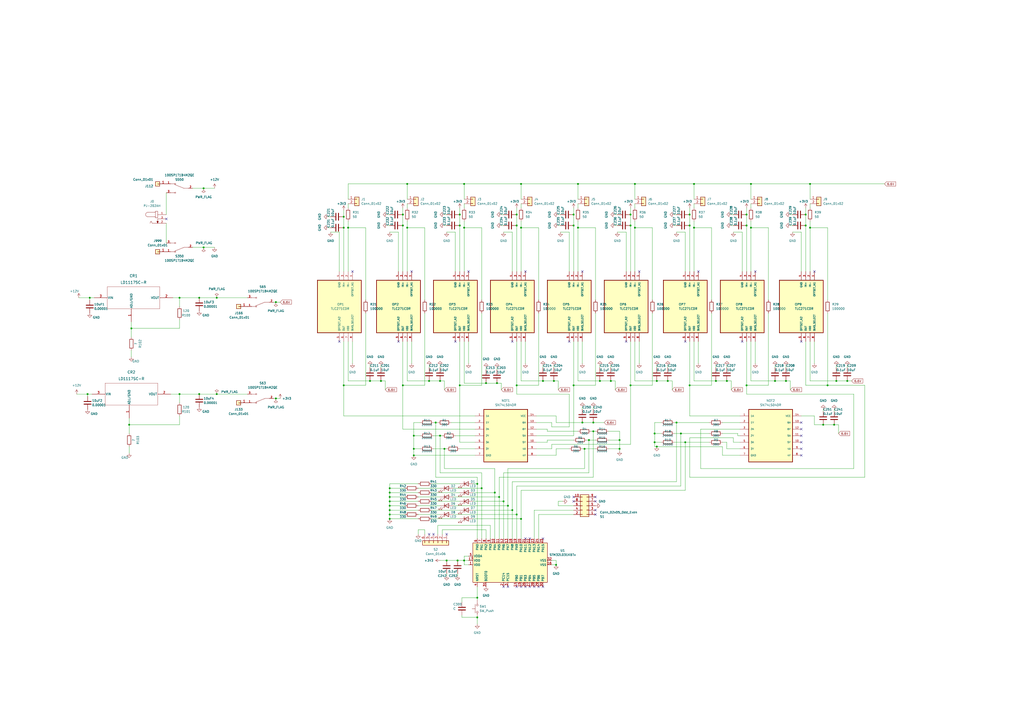
<source format=kicad_sch>
(kicad_sch (version 20211123) (generator eeschema)
  (paper "A2")
  (lib_symbols
    (symbol "Connector_Generic:Conn_01x01" (pin_names (offset 1.016) hide)
      (property "Reference" "J" (at 0 2.54 0))
      (property "Value" "Conn_01x01" (at 0 -2.54 0))
      (symbol "Conn_01x01_1_1"
        (pin passive line (at -5.08 0 0) (length 3.81) (name "Pin_1") (number "1"))
      )
    )
    (symbol "Connector_Generic:Conn_01x02" (pin_names (offset 1.016) hide)
      (property "Reference" "J" (at 0 2.54 0))
      (property "Value" "Conn_01x02" (at 0 -5.08 0))
      (symbol "Conn_01x02_1_1"
        (pin passive line (at -5.08 0 0) (length 3.81) (name "Pin_1") (number "1"))
        (pin passive line (at -5.08 -2.54 0) (length 3.81) (name "Pin_2") (number "2"))
      )
    )
    (symbol "Connector_Generic:Conn_01x06" (pin_names (offset 1.016) hide)
      (property "Reference" "J" (at 0 7.62 0))
      (property "Value" "Conn_01x06" (at 0 -10.16 0))
      (symbol "Conn_01x06_1_1"
        (pin passive line (at -5.08 5.08 0) (length 3.81) (name "Pin_1") (number "1"))
        (pin passive line (at -5.08 2.54 0) (length 3.81) (name "Pin_2") (number "2"))
        (pin passive line (at -5.08 0 0) (length 3.81) (name "Pin_3") (number "3"))
        (pin passive line (at -5.08 -2.54 0) (length 3.81) (name "Pin_4") (number "4"))
        (pin passive line (at -5.08 -5.08 0) (length 3.81) (name "Pin_5") (number "5"))
        (pin passive line (at -5.08 -7.62 0) (length 3.81) (name "Pin_6") (number "6"))
      )
    )
    (symbol "Connector_Generic:Conn_02x05_Odd_Even" (pin_names (offset 1.016) hide)
      (property "Reference" "J" (at 1.27 7.62 0))
      (property "Value" "Conn_02x05_Odd_Even" (at 1.27 -7.62 0))
      (symbol "Conn_02x05_Odd_Even_1_1"
        (pin passive line (at -5.08 5.08 0) (length 3.81) (name "Pin_1") (number "1"))
        (pin passive line (at 7.62 -5.08 180) (length 3.81) (name "Pin_10") (number "10"))
        (pin passive line (at 7.62 5.08 180) (length 3.81) (name "Pin_2") (number "2"))
        (pin passive line (at -5.08 2.54 0) (length 3.81) (name "Pin_3") (number "3"))
        (pin passive line (at 7.62 2.54 180) (length 3.81) (name "Pin_4") (number "4"))
        (pin passive line (at -5.08 0 0) (length 3.81) (name "Pin_5") (number "5"))
        (pin passive line (at 7.62 0 180) (length 3.81) (name "Pin_6") (number "6"))
        (pin passive line (at -5.08 -2.54 0) (length 3.81) (name "Pin_7") (number "7"))
        (pin passive line (at 7.62 -2.54 180) (length 3.81) (name "Pin_8") (number "8"))
        (pin passive line (at -5.08 -5.08 0) (length 3.81) (name "Pin_9") (number "9"))
      )
    )
    (symbol "Device:C" (pin_numbers hide) (pin_names (offset 0.254))
      (property "Reference" "C" (at 0.635 2.54 0))
      (property "Value" "C" (at 0.635 -2.54 0))
      (symbol "C_1_1"
        (pin passive line (at 0 3.81 270) (length 2.794) (name "~") (number "1"))
        (pin passive line (at 0 -3.81 90) (length 2.794) (name "~") (number "2"))
      )
    )
    (symbol "Device:LED" (pin_numbers hide) (pin_names (offset 1.016) hide)
      (property "Reference" "D" (at 0 2.54 0))
      (property "Value" "LED" (at 0 -2.54 0))
      (symbol "LED_1_1"
        (pin passive line (at -3.81 0 0) (length 2.54) (name "K") (number "1"))
        (pin passive line (at 3.81 0 180) (length 2.54) (name "A") (number "2"))
      )
    )
    (symbol "Device:R" (pin_numbers hide) (pin_names (offset 0))
      (property "Reference" "R" (at 2.032 0 90))
      (property "Value" "R" (at 0 0 90))
      (symbol "R_1_1"
        (pin passive line (at 0 3.81 270) (length 1.27) (name "~") (number "1"))
        (pin passive line (at 0 -3.81 90) (length 1.27) (name "~") (number "2"))
      )
    )
    (symbol "Digital_Target:100SP1T1B4M2QE" (pin_names (offset 1.016))
      (property "Reference" "S" (at -2.54 5.08 0))
      (property "Value" "100SP1T1B4M2QE" (at -2.54 -5.08 0))
      (symbol "100SP1T1B4M2QE_0_0"
        (pin passive line (at 7.62 2.54 180) (length 2.54) (name "~") (number "1"))
        (pin passive line (at -7.62 0 0) (length 2.54) (name "~") (number "2"))
        (pin passive line (at 7.62 -2.54 180) (length 2.54) (name "~") (number "3"))
      )
    )
    (symbol "Digital_Target:LD1117SC-R" (pin_names (offset 0.254))
      (property "Reference" "CR" (at 22.86 10.16 0))
      (property "Value" "LD1117SC-R" (at 22.86 7.62 0))
      (symbol "LD1117SC-R_0_1"
        (pin power_out line (at 21.59 -15.24 90) (length 7.62) (name "ADJ/GND") (number "1"))
        (pin power_in line (at 45.72 -1.27 180) (length 7.62) (name "VOUT") (number "2"))
        (pin power_in line (at 0 -1.27 0) (length 7.62) (name "VIN") (number "3"))
      )
    )
    (symbol "Digital_Target:PJ-202AH" (pin_names (offset 1.016))
      (property "Reference" "J" (at -7.6202 5.0801 0))
      (property "Value" "PJ-202AH" (at -7.6203 -5.0802 0))
      (symbol "PJ-202AH_0_0"
        (pin passive line (at 5.08 2.54 180) (length 5.08) (name "~") (number "1"))
        (pin passive line (at 5.08 -2.54 180) (length 5.08) (name "~") (number "2"))
        (pin passive line (at 5.08 0 180) (length 5.08) (name "~") (number "3"))
      )
    )
    (symbol "Digital_Target:SN74LS04DR" (pin_names (offset 1.016))
      (property "Reference" "U" (at -12.7 16.24 0))
      (property "Value" "SN74LS04DR" (at -12.7 -19.24 0))
      (symbol "SN74LS04DR_0_0"
        (pin input line (at -17.78 11.43 0) (length 5.08) (name "1A") (number "1"))
        (pin output line (at 17.78 -3.81 180) (length 5.08) (name "5Y") (number "10"))
        (pin input line (at 17.78 0 180) (length 5.08) (name "5A") (number "11"))
        (pin output line (at 17.78 3.81 180) (length 5.08) (name "6Y") (number "12"))
        (pin input line (at 17.78 7.62 180) (length 5.08) (name "6A") (number "13"))
        (pin power_in line (at 17.78 11.43 180) (length 5.08) (name "VCC") (number "14"))
        (pin output line (at -17.78 7.62 0) (length 5.08) (name "1Y") (number "2"))
        (pin input line (at -17.78 3.81 0) (length 5.08) (name "2A") (number "3"))
        (pin output line (at -17.78 0 0) (length 5.08) (name "2Y") (number "4"))
        (pin input line (at -17.78 -3.81 0) (length 5.08) (name "3A") (number "5"))
        (pin output line (at -17.78 -7.62 0) (length 5.08) (name "3Y") (number "6"))
        (pin power_in line (at -17.78 -11.43 0) (length 5.08) (name "GND") (number "7"))
        (pin output line (at 17.78 -11.43 180) (length 5.08) (name "4Y") (number "8"))
        (pin input line (at 17.78 -7.62 180) (length 5.08) (name "4A") (number "9"))
      )
    )
    (symbol "Digital_Target:TLC271CDR" (pin_names (offset 1.016))
      (property "Reference" "U" (at -12.7 -15.24 90))
      (property "Value" "TLC271CDR" (at -5.08 -1.27 0))
      (symbol "TLC271CDR_0_0"
        (pin bidirectional line (at -7.62 -20.32 90) (length 5.08) (name "OFFSET_N1") (number "1"))
        (pin input line (at -5.08 -20.32 90) (length 5.08) (name "IN-") (number "2"))
        (pin input line (at -2.54 -20.32 90) (length 5.08) (name "IN+") (number "3"))
        (pin power_in line (at 0 -20.32 90) (length 5.08) (name "GND") (number "4"))
        (pin bidirectional line (at 0 20.32 270) (length 5.08) (name "OFFSET_N2") (number "5"))
        (pin output line (at -2.54 20.32 270) (length 5.08) (name "OUT") (number "6"))
        (pin power_in line (at -5.08 20.32 270) (length 5.08) (name "VDD") (number "7"))
        (pin input line (at -7.62 20.32 270) (length 5.08) (name "BIAS_SELECT") (number "8"))
      )
    )
    (symbol "MCU_ST_STM32L0:STM32L031K6Tx"
      (property "Reference" "U" (at -12.7 21.59 0))
      (property "Value" "STM32L031K6Tx" (at 5.08 21.59 0))
      (symbol "STM32L031K6Tx_1_1"
        (pin power_in line (at -2.54 22.86 270) (length 2.54) (name "VDD") (number "1"))
        (pin bidirectional line (at 12.7 7.62 180) (length 2.54) (name "PA4") (number "10"))
        (pin bidirectional line (at 12.7 5.08 180) (length 2.54) (name "PA5") (number "11"))
        (pin bidirectional line (at 12.7 2.54 180) (length 2.54) (name "PA6") (number "12"))
        (pin bidirectional line (at 12.7 0 180) (length 2.54) (name "PA7") (number "13"))
        (pin bidirectional line (at -15.24 -5.08 0) (length 2.54) (name "PB0") (number "14"))
        (pin bidirectional line (at -15.24 -7.62 0) (length 2.54) (name "PB1") (number "15"))
        (pin power_in line (at -2.54 -25.4 90) (length 2.54) (name "VSS") (number "16"))
        (pin power_in line (at 0 22.86 270) (length 2.54) (name "VDD") (number "17"))
        (pin bidirectional line (at 12.7 -2.54 180) (length 2.54) (name "PA8") (number "18"))
        (pin bidirectional line (at 12.7 -5.08 180) (length 2.54) (name "PA9") (number "19"))
        (pin bidirectional line (at -15.24 2.54 0) (length 2.54) (name "PC14") (number "2"))
        (pin bidirectional line (at 12.7 -7.62 180) (length 2.54) (name "PA10") (number "20"))
        (pin bidirectional line (at 12.7 -10.16 180) (length 2.54) (name "PA11") (number "21"))
        (pin bidirectional line (at 12.7 -12.7 180) (length 2.54) (name "PA12") (number "22"))
        (pin bidirectional line (at 12.7 -15.24 180) (length 2.54) (name "PA13") (number "23"))
        (pin bidirectional line (at 12.7 -17.78 180) (length 2.54) (name "PA14") (number "24"))
        (pin bidirectional line (at 12.7 -20.32 180) (length 2.54) (name "PA15") (number "25"))
        (pin bidirectional line (at -15.24 -10.16 0) (length 2.54) (name "PB3") (number "26"))
        (pin bidirectional line (at -15.24 -12.7 0) (length 2.54) (name "PB4") (number "27"))
        (pin bidirectional line (at -15.24 -15.24 0) (length 2.54) (name "PB5") (number "28"))
        (pin bidirectional line (at -15.24 -17.78 0) (length 2.54) (name "PB6") (number "29"))
        (pin bidirectional line (at -15.24 0 0) (length 2.54) (name "PC15") (number "3"))
        (pin bidirectional line (at -15.24 -20.32 0) (length 2.54) (name "PB7") (number "30"))
        (pin input line (at -15.24 12.7 0) (length 2.54) (name "BOOT0") (number "31"))
        (pin power_in line (at 0 -25.4 90) (length 2.54) (name "VSS") (number "32"))
        (pin input line (at -15.24 17.78 0) (length 2.54) (name "NRST") (number "4"))
        (pin power_in line (at 2.54 22.86 270) (length 2.54) (name "VDDA") (number "5"))
        (pin bidirectional line (at 12.7 17.78 180) (length 2.54) (name "PA0") (number "6"))
        (pin bidirectional line (at 12.7 15.24 180) (length 2.54) (name "PA1") (number "7"))
        (pin bidirectional line (at 12.7 12.7 180) (length 2.54) (name "PA2") (number "8"))
        (pin bidirectional line (at 12.7 10.16 180) (length 2.54) (name "PA3") (number "9"))
      )
    )
    (symbol "Switch:SW_Push" (pin_numbers hide) (pin_names (offset 1.016) hide)
      (property "Reference" "SW" (at 1.27 2.54 0))
      (property "Value" "SW_Push" (at 0 -1.524 0))
      (symbol "SW_Push_0_1"
        (pin passive line (at -5.08 0 0) (length 2.54) (name "1") (number "1"))
        (pin passive line (at 5.08 0 180) (length 2.54) (name "2") (number "2"))
      )
    )
    (symbol "power:+12V" (power) (pin_names (offset 0))
      (property "Value" "+12V" (at 0 3.556 0))
      (symbol "+12V_1_1"
        (pin power_in line (at 0 0 90) (length 0) hide (name "+12V") (number "1"))
      )
    )
    (symbol "power:+3V3" (power) (pin_names (offset 0))
      (property "Value" "+3V3" (at 0 3.556 0))
      (symbol "+3V3_1_1"
        (pin power_in line (at 0 0 90) (length 0) hide (name "+3V3") (number "1"))
      )
    )
    (symbol "power:GND" (power) (pin_names (offset 0))
      (property "Value" "GND" (at 0 -3.81 0))
      (symbol "GND_1_1"
        (pin power_in line (at 0 0 270) (length 0) hide (name "GND") (number "1"))
      )
    )
    (symbol "power:PWR_FLAG" (power) (pin_numbers hide) (pin_names (offset 0) hide)
      (property "Value" "PWR_FLAG" (at 0 3.81 0))
      (symbol "PWR_FLAG_0_0"
        (pin power_out line (at 0 0 90) (length 0) (name "pwr") (number "1"))
      )
    )
  )
  (junction (at 160.02 175.26))
  (junction (at 226.06 293.37))
  (junction (at 347.98 220.98))
  (junction (at 381 220.98))
  (junction (at 449.58 220.98))
  (junction (at 394.97 251.46))
  (junction (at 354.33 220.98))
  (junction (at 276.86 358.14))
  (junction (at 344.17 245.11))
  (junction (at 379.73 256.54))
  (junction (at 381 259.08))
  (junction (at 233.68 130.81))
  (junction (at 359.41 255.27))
  (junction (at 302.26 132.08))
  (junction (at 236.22 106.68))
  (junction (at 435.61 106.68))
  (junction (at 379.73 251.46))
  (junction (at 302.26 300.99))
  (junction (at 297.18 295.91))
  (junction (at 252.73 245.11))
  (junction (at 240.03 252.73))
  (junction (at 160.02 231.14))
  (junction (at 269.24 132.08))
  (junction (at 433.07 124.46))
  (junction (at 339.09 260.35))
  (junction (at 480.06 223.52))
  (junction (at 255.27 220.98))
  (junction (at 335.28 132.08))
  (junction (at 455.93 220.98))
  (junction (at 359.41 260.35))
  (junction (at 236.22 132.08))
  (junction (at 266.7 130.81))
  (junction (at 276.86 346.71))
  (junction (at 226.06 290.83))
  (junction (at 467.36 124.46))
  (junction (at 265.43 325.12))
  (junction (at 332.74 130.81))
  (junction (at 365.76 223.52))
  (junction (at 257.81 260.35))
  (junction (at 314.96 220.98))
  (junction (at 289.56 288.29))
  (junction (at 467.36 130.81))
  (junction (at 259.08 325.12))
  (junction (at 292.1 290.83))
  (junction (at 52.07 172.72))
  (junction (at 332.74 223.52))
  (junction (at 344.17 250.19))
  (junction (at 397.51 256.54))
  (junction (at 469.9 106.68))
  (junction (at 226.06 283.21))
  (junction (at 115.57 172.72))
  (junction (at 199.39 223.52))
  (junction (at 201.93 132.08))
  (junction (at 335.28 106.68))
  (junction (at 332.74 124.46))
  (junction (at 118.11 143.51))
  (junction (at 115.57 228.6))
  (junction (at 433.07 130.81))
  (junction (at 233.68 124.46))
  (junction (at 485.14 220.98))
  (junction (at 287.02 285.75))
  (junction (at 269.24 106.68))
  (junction (at 299.72 298.45))
  (junction (at 104.14 228.6))
  (junction (at 125.73 228.6))
  (junction (at 76.2 190.5))
  (junction (at 125.73 172.72))
  (junction (at 74.93 246.38))
  (junction (at 435.61 132.08))
  (junction (at 104.14 172.72))
  (junction (at 321.31 220.98))
  (junction (at 469.9 132.08))
  (junction (at 402.59 132.08))
  (junction (at 368.3 106.68))
  (junction (at 288.29 222.25))
  (junction (at 226.06 285.75))
  (junction (at 281.94 222.25))
  (junction (at 240.03 260.35))
  (junction (at 226.06 298.45))
  (junction (at 240.03 264.16))
  (junction (at 299.72 223.52))
  (junction (at 483.87 246.38))
  (junction (at 226.06 295.91))
  (junction (at 302.26 106.68))
  (junction (at 220.98 220.98))
  (junction (at 365.76 124.46))
  (junction (at 199.39 132.08))
  (junction (at 269.24 325.12))
  (junction (at 415.29 220.98))
  (junction (at 433.07 223.52))
  (junction (at 299.72 124.46))
  (junction (at 402.59 106.68))
  (junction (at 279.4 283.21))
  (junction (at 266.7 124.46))
  (junction (at 214.63 220.98))
  (junction (at 294.64 293.37))
  (junction (at 299.72 130.81))
  (junction (at 400.05 130.81))
  (junction (at 266.7 223.52))
  (junction (at 226.06 288.29))
  (junction (at 322.58 327.66))
  (junction (at 337.82 245.11))
  (junction (at 248.92 220.98))
  (junction (at 477.52 246.38))
  (junction (at 118.11 109.22))
  (junction (at 400.05 223.52))
  (junction (at 199.39 125.73))
  (junction (at 392.43 245.11))
  (junction (at 50.8 228.6))
  (junction (at 387.35 220.98))
  (junction (at 255.27 252.73))
  (junction (at 368.3 132.08))
  (junction (at 233.68 223.52))
  (junction (at 341.63 255.27))
  (junction (at 491.49 220.98))
  (junction (at 421.64 220.98))
  (junction (at 400.05 124.46))
  (junction (at 276.86 280.67))
  (junction (at 365.76 130.81))
  (junction (at 226.06 300.99))
  (no_connect (at 309.88 340.36))
  (no_connect (at 314.96 340.36))
  (no_connect (at 312.42 340.36))
  (no_connect (at 314.96 312.42))
  (no_connect (at 304.8 312.42))
  (no_connect (at 307.34 312.42))
  (no_connect (at 345.44 288.29))
  (no_connect (at 345.44 290.83))
  (no_connect (at 332.74 290.83))
  (no_connect (at 332.74 288.29))
  (no_connect (at 345.44 295.91))
  (no_connect (at 345.44 298.45))
  (no_connect (at 96.52 127))
  (no_connect (at 464.82 252.73))
  (no_connect (at 464.82 256.54))
  (no_connect (at 464.82 260.35))
  (no_connect (at 464.82 264.16))
  (no_connect (at 464.82 248.92))
  (no_connect (at 464.82 245.11))
  (no_connect (at 251.46 309.88))
  (no_connect (at 259.08 309.88))
  (no_connect (at 248.92 309.88))
  (no_connect (at 307.34 340.36))
  (no_connect (at 304.8 340.36))
  (no_connect (at 292.1 340.36))
  (no_connect (at 294.64 340.36))
  (no_connect (at 302.26 340.36))
  (no_connect (at 299.72 340.36))
  (no_connect (at 472.44 157.48))
  (no_connect (at 464.82 198.12))
  (no_connect (at 196.85 198.12))
  (no_connect (at 231.14 198.12))
  (no_connect (at 204.47 157.48))
  (no_connect (at 264.16 198.12))
  (no_connect (at 271.78 157.48))
  (no_connect (at 297.18 198.12))
  (no_connect (at 238.76 157.48))
  (no_connect (at 438.15 157.48))
  (no_connect (at 430.53 198.12))
  (no_connect (at 405.13 157.48))
  (no_connect (at 370.84 157.48))
  (no_connect (at 397.51 198.12))
  (no_connect (at 304.8 157.48))
  (no_connect (at 337.82 157.48))
  (no_connect (at 363.22 198.12))
  (no_connect (at 330.2 198.12))
  (wire (pts (xy 370.84 198.12) (xy 370.84 210.82)))
  (wire (pts (xy 391.16 124.46) (xy 392.43 124.46)))
  (wire (pts (xy 435.61 220.98) (xy 449.58 220.98)))
  (wire (pts (xy 402.59 106.68) (xy 402.59 115.57)))
  (wire (pts (xy 279.4 173.99) (xy 279.4 132.08)))
  (wire (pts (xy 467.36 198.12) (xy 467.36 223.52)))
  (wire (pts (xy 281.94 213.36) (xy 281.94 214.63)))
  (wire (pts (xy 353.06 260.35) (xy 359.41 260.35)))
  (wire (pts (xy 467.36 130.81) (xy 467.36 124.46)))
  (wire (pts (xy 290.83 124.46) (xy 292.1 124.46)))
  (wire (pts (xy 250.19 300.99) (xy 266.7 300.99)))
  (wire (pts (xy 449.58 212.09) (xy 449.58 213.36)))
  (wire (pts (xy 76.2 186.69) (xy 76.2 190.5)))
  (wire (pts (xy 276.86 280.67) (xy 276.86 312.42)))
  (wire (pts (xy 337.82 198.12) (xy 337.82 210.82)))
  (wire (pts (xy 242.57 307.34) (xy 242.57 309.88)))
  (wire (pts (xy 236.22 106.68) (xy 236.22 115.57)))
  (wire (pts (xy 267.97 349.25) (xy 267.97 346.71)))
  (wire (pts (xy 292.1 274.32) (xy 292.1 290.83)))
  (wire (pts (xy 275.59 248.92) (xy 233.68 248.92)))
  (wire (pts (xy 199.39 198.12) (xy 199.39 223.52)))
  (wire (pts (xy 220.98 220.98) (xy 223.52 220.98)))
  (wire (pts (xy 379.73 251.46) (xy 383.54 251.46)))
  (wire (pts (xy 257.81 260.35) (xy 257.81 271.78)))
  (wire (pts (xy 226.06 285.75) (xy 242.57 285.75)))
  (wire (pts (xy 433.07 120.65) (xy 433.07 124.46)))
  (wire (pts (xy 335.28 132.08) (xy 335.28 157.48)))
  (wire (pts (xy 226.06 290.83) (xy 242.57 290.83)))
  (wire (pts (xy 317.5 250.19) (xy 317.5 248.92)))
  (wire (pts (xy 421.64 220.98) (xy 424.18 220.98)))
  (wire (pts (xy 99.06 228.6) (xy 104.14 228.6)))
  (wire (pts (xy 158.75 231.14) (xy 160.02 231.14)))
  (wire (pts (xy 294.64 271.78) (xy 294.64 293.37)))
  (wire (pts (xy 311.15 264.16) (xy 322.58 264.16)))
  (wire (pts (xy 261.62 245.11) (xy 275.59 245.11)))
  (wire (pts (xy 321.31 220.98) (xy 323.85 220.98)))
  (wire (pts (xy 335.28 198.12) (xy 335.28 220.98)))
  (wire (pts (xy 347.98 220.98) (xy 354.33 220.98)))
  (wire (pts (xy 251.46 252.73) (xy 255.27 252.73)))
  (wire (pts (xy 483.87 246.38) (xy 486.41 246.38)))
  (wire (pts (xy 392.43 279.4) (xy 297.18 279.4)))
  (wire (pts (xy 359.41 250.19) (xy 359.41 255.27)))
  (wire (pts (xy 378.46 223.52) (xy 365.76 223.52)))
  (wire (pts (xy 387.35 212.09) (xy 387.35 213.36)))
  (wire (pts (xy 274.32 280.67) (xy 276.86 280.67)))
  (wire (pts (xy 480.06 223.52) (xy 501.65 223.52)))
  (wire (pts (xy 332.74 223.52) (xy 332.74 252.73)))
  (wire (pts (xy 246.38 223.52) (xy 233.68 223.52)))
  (wire (pts (xy 317.5 255.27) (xy 317.5 256.54)))
  (wire (pts (xy 332.74 124.46) (xy 332.74 130.81)))
  (wire (pts (xy 276.86 276.86) (xy 276.86 280.67)))
  (wire (pts (xy 469.9 220.98) (xy 485.14 220.98)))
  (wire (pts (xy 405.13 198.12) (xy 405.13 210.82)))
  (wire (pts (xy 435.61 106.68) (xy 435.61 115.57)))
  (wire (pts (xy 419.1 259.08) (xy 419.1 264.16)))
  (wire (pts (xy 199.39 132.08) (xy 199.39 157.48)))
  (wire (pts (xy 320.04 257.81) (xy 320.04 260.35)))
  (wire (pts (xy 236.22 106.68) (xy 201.93 106.68)))
  (wire (pts (xy 467.36 120.65) (xy 467.36 124.46)))
  (wire (pts (xy 332.74 130.81) (xy 332.74 157.48)))
  (wire (pts (xy 289.56 288.29) (xy 289.56 312.42)))
  (wire (pts (xy 421.64 212.09) (xy 421.64 213.36)))
  (wire (pts (xy 201.93 128.27) (xy 201.93 132.08)))
  (wire (pts (xy 406.4 248.92) (xy 406.4 271.78)))
  (wire (pts (xy 339.09 271.78) (xy 294.64 271.78)))
  (wire (pts (xy 322.58 241.3) (xy 311.15 241.3)))
  (wire (pts (xy 335.28 106.68) (xy 302.26 106.68)))
  (wire (pts (xy 345.44 181.61) (xy 345.44 223.52)))
  (wire (pts (xy 262.89 293.37) (xy 294.64 293.37)))
  (wire (pts (xy 387.35 220.98) (xy 389.89 220.98)))
  (wire (pts (xy 495.3 228.6) (xy 495.3 271.78)))
  (wire (pts (xy 412.75 181.61) (xy 412.75 223.52)))
  (wire (pts (xy 415.29 212.09) (xy 415.29 213.36)))
  (wire (pts (xy 190.5 125.73) (xy 191.77 125.73)))
  (wire (pts (xy 292.1 290.83) (xy 292.1 312.42)))
  (wire (pts (xy 269.24 322.58) (xy 269.24 325.12)))
  (wire (pts (xy 312.42 223.52) (xy 299.72 223.52)))
  (wire (pts (xy 320.04 247.65) (xy 320.04 245.11)))
  (wire (pts (xy 378.46 173.99) (xy 378.46 132.08)))
  (wire (pts (xy 76.2 203.2) (xy 76.2 207.01)))
  (wire (pts (xy 45.72 172.72) (xy 52.07 172.72)))
  (wire (pts (xy 191.77 134.62) (xy 196.85 134.62)))
  (wire (pts (xy 269.24 106.68) (xy 269.24 115.57)))
  (wire (pts (xy 297.18 295.91) (xy 297.18 312.42)))
  (wire (pts (xy 276.86 346.71) (xy 276.86 347.98)))
  (wire (pts (xy 271.78 198.12) (xy 271.78 210.82)))
  (wire (pts (xy 279.4 274.32) (xy 279.4 283.21)))
  (wire (pts (xy 335.28 118.11) (xy 335.28 120.65)))
  (wire (pts (xy 160.02 231.14) (xy 162.56 231.14)))
  (wire (pts (xy 340.36 255.27) (xy 341.63 255.27)))
  (wire (pts (xy 379.73 251.46) (xy 379.73 256.54)))
  (wire (pts (xy 246.38 307.34) (xy 242.57 307.34)))
  (wire (pts (xy 341.63 255.27) (xy 345.44 255.27)))
  (wire (pts (xy 323.85 130.81) (xy 325.12 130.81)))
  (wire (pts (xy 287.02 271.78) (xy 287.02 285.75)))
  (wire (pts (xy 212.09 223.52) (xy 199.39 223.52)))
  (wire (pts (xy 472.44 241.3) (xy 464.82 241.3)))
  (wire (pts (xy 233.68 124.46) (xy 233.68 130.81)))
  (wire (pts (xy 299.72 198.12) (xy 299.72 223.52)))
  (wire (pts (xy 400.05 198.12) (xy 400.05 223.52)))
  (wire (pts (xy 513.08 106.68) (xy 469.9 106.68)))
  (wire (pts (xy 96.52 111.76) (xy 96.52 124.46)))
  (wire (pts (xy 341.63 274.32) (xy 292.1 274.32)))
  (wire (pts (xy 271.78 327.66) (xy 269.24 327.66)))
  (wire (pts (xy 196.85 134.62) (xy 196.85 157.48)))
  (wire (pts (xy 332.74 293.37) (xy 323.85 293.37)))
  (wire (pts (xy 257.81 271.78) (xy 287.02 271.78)))
  (wire (pts (xy 284.48 304.8) (xy 254 304.8)))
  (wire (pts (xy 358.14 134.62) (xy 363.22 134.62)))
  (wire (pts (xy 111.76 143.51) (xy 118.11 143.51)))
  (wire (pts (xy 445.77 223.52) (xy 433.07 223.52)))
  (wire (pts (xy 320.04 327.66) (xy 322.58 327.66)))
  (wire (pts (xy 435.61 132.08) (xy 435.61 157.48)))
  (wire (pts (xy 394.97 251.46) (xy 411.48 251.46)))
  (wire (pts (xy 341.63 255.27) (xy 341.63 274.32)))
  (wire (pts (xy 262.89 283.21) (xy 279.4 283.21)))
  (wire (pts (xy 317.5 255.27) (xy 332.74 255.27)))
  (wire (pts (xy 226.06 295.91) (xy 226.06 298.45)))
  (wire (pts (xy 302.26 220.98) (xy 314.96 220.98)))
  (wire (pts (xy 233.68 120.65) (xy 233.68 124.46)))
  (wire (pts (xy 250.19 285.75) (xy 266.7 285.75)))
  (wire (pts (xy 290.83 222.25) (xy 290.83 226.06)))
  (wire (pts (xy 226.06 283.21) (xy 234.95 283.21)))
  (wire (pts (xy 397.51 256.54) (xy 411.48 256.54)))
  (wire (pts (xy 269.24 222.25) (xy 281.94 222.25)))
  (wire (pts (xy 100.33 172.72) (xy 104.14 172.72)))
  (wire (pts (xy 449.58 220.98) (xy 455.93 220.98)))
  (wire (pts (xy 312.42 132.08) (xy 302.26 132.08)))
  (wire (pts (xy 320.04 260.35) (xy 311.15 260.35)))
  (wire (pts (xy 274.32 290.83) (xy 292.1 290.83)))
  (wire (pts (xy 419.1 264.16) (xy 429.26 264.16)))
  (wire (pts (xy 274.32 295.91) (xy 297.18 295.91)))
  (wire (pts (xy 412.75 173.99) (xy 412.75 132.08)))
  (wire (pts (xy 246.38 181.61) (xy 246.38 223.52)))
  (wire (pts (xy 281.94 222.25) (xy 288.29 222.25)))
  (wire (pts (xy 406.4 248.92) (xy 429.26 248.92)))
  (wire (pts (xy 302.26 300.99) (xy 302.26 312.42)))
  (wire (pts (xy 275.59 241.3) (xy 199.39 241.3)))
  (wire (pts (xy 424.18 130.81) (xy 425.45 130.81)))
  (wire (pts (xy 255.27 274.32) (xy 279.4 274.32)))
  (wire (pts (xy 501.65 276.86) (xy 400.05 276.86)))
  (wire (pts (xy 368.3 198.12) (xy 368.3 220.98)))
  (wire (pts (xy 96.52 140.97) (xy 96.52 129.54)))
  (wire (pts (xy 312.42 173.99) (xy 312.42 132.08)))
  (wire (pts (xy 412.75 223.52) (xy 400.05 223.52)))
  (wire (pts (xy 199.39 241.3) (xy 199.39 223.52)))
  (wire (pts (xy 290.83 130.81) (xy 292.1 130.81)))
  (wire (pts (xy 480.06 181.61) (xy 480.06 223.52)))
  (wire (pts (xy 394.97 281.94) (xy 299.72 281.94)))
  (wire (pts (xy 111.76 109.22) (xy 118.11 109.22)))
  (wire (pts (xy 469.9 106.68) (xy 435.61 106.68)))
  (wire (pts (xy 455.93 212.09) (xy 455.93 213.36)))
  (wire (pts (xy 491.49 212.09) (xy 491.49 213.36)))
  (wire (pts (xy 297.18 279.4) (xy 297.18 295.91)))
  (wire (pts (xy 424.18 220.98) (xy 424.18 226.06)))
  (wire (pts (xy 250.19 295.91) (xy 266.7 295.91)))
  (wire (pts (xy 214.63 212.09) (xy 214.63 213.36)))
  (wire (pts (xy 472.44 246.38) (xy 477.52 246.38)))
  (wire (pts (xy 255.27 220.98) (xy 257.81 220.98)))
  (wire (pts (xy 495.3 271.78) (xy 406.4 271.78)))
  (wire (pts (xy 400.05 241.3) (xy 429.26 241.3)))
  (wire (pts (xy 339.09 260.35) (xy 345.44 260.35)))
  (wire (pts (xy 381 220.98) (xy 387.35 220.98)))
  (wire (pts (xy 445.77 173.99) (xy 445.77 132.08)))
  (wire (pts (xy 118.11 109.22) (xy 124.46 109.22)))
  (wire (pts (xy 344.17 236.22) (xy 344.17 237.49)))
  (wire (pts (xy 458.47 124.46) (xy 459.74 124.46)))
  (wire (pts (xy 342.9 250.19) (xy 344.17 250.19)))
  (wire (pts (xy 485.14 212.09) (xy 485.14 213.36)))
  (wire (pts (xy 368.3 106.68) (xy 368.3 115.57)))
  (wire (pts (xy 190.5 132.08) (xy 191.77 132.08)))
  (wire (pts (xy 392.43 245.11) (xy 392.43 279.4)))
  (wire (pts (xy 323.85 290.83) (xy 326.39 290.83)))
  (wire (pts (xy 238.76 198.12) (xy 238.76 210.82)))
  (wire (pts (xy 236.22 128.27) (xy 236.22 132.08)))
  (wire (pts (xy 379.73 245.11) (xy 379.73 251.46)))
  (wire (pts (xy 279.4 223.52) (xy 266.7 223.52)))
  (wire (pts (xy 325.12 134.62) (xy 330.2 134.62)))
  (wire (pts (xy 320.04 245.11) (xy 311.15 245.11)))
  (wire (pts (xy 304.8 198.12) (xy 304.8 210.82)))
  (wire (pts (xy 433.07 198.12) (xy 433.07 223.52)))
  (wire (pts (xy 252.73 276.86) (xy 276.86 276.86)))
  (wire (pts (xy 257.81 124.46) (xy 259.08 124.46)))
  (wire (pts (xy 158.75 175.26) (xy 160.02 175.26)))
  (wire (pts (xy 337.82 260.35) (xy 339.09 260.35)))
  (wire (pts (xy 76.2 190.5) (xy 76.2 195.58)))
  (wire (pts (xy 201.93 198.12) (xy 201.93 220.98)))
  (wire (pts (xy 269.24 106.68) (xy 236.22 106.68)))
  (wire (pts (xy 400.05 254) (xy 425.45 254)))
  (wire (pts (xy 226.06 295.91) (xy 242.57 295.91)))
  (wire (pts (xy 274.32 285.75) (xy 287.02 285.75)))
  (wire (pts (xy 337.82 236.22) (xy 337.82 237.49)))
  (wire (pts (xy 266.7 130.81) (xy 266.7 157.48)))
  (wire (pts (xy 264.16 134.62) (xy 264.16 157.48)))
  (wire (pts (xy 288.29 213.36) (xy 288.29 214.63)))
  (wire (pts (xy 421.64 260.35) (xy 429.26 260.35)))
  (wire (pts (xy 415.29 220.98) (xy 421.64 220.98)))
  (wire (pts (xy 104.14 241.3) (xy 104.14 246.38)))
  (wire (pts (xy 281.94 307.34) (xy 256.54 307.34)))
  (wire (pts (xy 389.89 220.98) (xy 389.89 226.06)))
  (wire (pts (xy 226.06 285.75) (xy 226.06 288.29)))
  (wire (pts (xy 212.09 132.08) (xy 201.93 132.08)))
  (wire (pts (xy 271.78 322.58) (xy 269.24 322.58)))
  (wire (pts (xy 224.79 124.46) (xy 226.06 124.46)))
  (wire (pts (xy 294.64 293.37) (xy 294.64 312.42)))
  (wire (pts (xy 50.8 228.6) (xy 53.34 228.6)))
  (wire (pts (xy 368.3 118.11) (xy 368.3 120.65)))
  (wire (pts (xy 320.04 325.12) (xy 322.58 325.12)))
  (wire (pts (xy 204.47 198.12) (xy 204.47 210.82)))
  (wire (pts (xy 226.06 298.45) (xy 234.95 298.45)))
  (wire (pts (xy 345.44 223.52) (xy 332.74 223.52)))
  (wire (pts (xy 365.76 130.81) (xy 365.76 124.46)))
  (wire (pts (xy 287.02 285.75) (xy 287.02 312.42)))
  (wire (pts (xy 335.28 106.68) (xy 335.28 115.57)))
  (wire (pts (xy 356.87 124.46) (xy 358.14 124.46)))
  (wire (pts (xy 402.59 128.27) (xy 402.59 132.08)))
  (wire (pts (xy 240.03 252.73) (xy 240.03 260.35)))
  (wire (pts (xy 226.06 298.45) (xy 226.06 300.99)))
  (wire (pts (xy 246.38 173.99) (xy 246.38 132.08)))
  (wire (pts (xy 201.93 132.08) (xy 201.93 157.48)))
  (wire (pts (xy 323.85 293.37) (xy 323.85 290.83)))
  (wire (pts (xy 104.14 228.6) (xy 115.57 228.6)))
  (wire (pts (xy 279.4 283.21) (xy 279.4 312.42)))
  (wire (pts (xy 317.5 256.54) (xy 311.15 256.54)))
  (wire (pts (xy 400.05 223.52) (xy 400.05 241.3)))
  (wire (pts (xy 433.07 228.6) (xy 495.3 228.6)))
  (wire (pts (xy 259.08 334.01) (xy 259.08 332.74)))
  (wire (pts (xy 501.65 223.52) (xy 501.65 276.86)))
  (wire (pts (xy 427.99 251.46) (xy 427.99 252.73)))
  (wire (pts (xy 299.72 124.46) (xy 299.72 130.81)))
  (wire (pts (xy 472.44 246.38) (xy 472.44 241.3)))
  (wire (pts (xy 276.86 358.14) (xy 276.86 361.95)))
  (wire (pts (xy 485.14 220.98) (xy 491.49 220.98)))
  (wire (pts (xy 226.06 288.29) (xy 234.95 288.29)))
  (wire (pts (xy 344.17 250.19) (xy 344.17 276.86)))
  (wire (pts (xy 236.22 220.98) (xy 248.92 220.98)))
  (wire (pts (xy 104.14 172.72) (xy 115.57 172.72)))
  (wire (pts (xy 402.59 132.08) (xy 402.59 157.48)))
  (wire (pts (xy 248.92 220.98) (xy 255.27 220.98)))
  (wire (pts (xy 368.3 220.98) (xy 381 220.98)))
  (wire (pts (xy 335.28 128.27) (xy 335.28 132.08)))
  (wire (pts (xy 464.82 134.62) (xy 464.82 157.48)))
  (wire (pts (xy 368.3 106.68) (xy 335.28 106.68)))
  (wire (pts (xy 214.63 220.98) (xy 220.98 220.98)))
  (wire (pts (xy 469.9 118.11) (xy 469.9 120.65)))
  (wire (pts (xy 115.57 172.72) (xy 125.73 172.72)))
  (wire (pts (xy 199.39 121.92) (xy 199.39 125.73)))
  (wire (pts (xy 252.73 245.11) (xy 254 245.11)))
  (wire (pts (xy 226.06 134.62) (xy 231.14 134.62)))
  (wire (pts (xy 353.06 250.19) (xy 359.41 250.19)))
  (wire (pts (xy 363.22 134.62) (xy 363.22 157.48)))
  (wire (pts (xy 309.88 312.42) (xy 309.88 295.91)))
  (wire (pts (xy 279.4 181.61) (xy 279.4 223.52)))
  (wire (pts (xy 486.41 246.38) (xy 486.41 251.46)))
  (wire (pts (xy 402.59 220.98) (xy 415.29 220.98)))
  (wire (pts (xy 344.17 245.11) (xy 350.52 245.11)))
  (wire (pts (xy 246.38 132.08) (xy 236.22 132.08)))
  (wire (pts (xy 266.7 198.12) (xy 266.7 223.52)))
  (wire (pts (xy 392.43 245.11) (xy 411.48 245.11)))
  (wire (pts (xy 264.16 252.73) (xy 275.59 252.73)))
  (wire (pts (xy 322.58 260.35) (xy 322.58 264.16)))
  (wire (pts (xy 438.15 198.12) (xy 438.15 210.82)))
  (wire (pts (xy 251.46 245.11) (xy 252.73 245.11)))
  (wire (pts (xy 226.06 280.67) (xy 226.06 283.21)))
  (wire (pts (xy 323.85 124.46) (xy 325.12 124.46)))
  (wire (pts (xy 231.14 134.62) (xy 231.14 157.48)))
  (wire (pts (xy 226.06 300.99) (xy 242.57 300.99)))
  (wire (pts (xy 317.5 250.19) (xy 335.28 250.19)))
  (wire (pts (xy 266.7 130.81) (xy 266.7 124.46)))
  (wire (pts (xy 74.93 246.38) (xy 74.93 251.46)))
  (wire (pts (xy 299.72 228.6) (xy 330.2 228.6)))
  (wire (pts (xy 246.38 309.88) (xy 246.38 307.34)))
  (wire (pts (xy 74.93 242.57) (xy 74.93 246.38)))
  (wire (pts (xy 400.05 276.86) (xy 400.05 254)))
  (wire (pts (xy 425.45 134.62) (xy 430.53 134.62)))
  (wire (pts (xy 314.96 212.09) (xy 314.96 213.36)))
  (wire (pts (xy 347.98 212.09) (xy 347.98 213.36)))
  (wire (pts (xy 242.57 293.37) (xy 255.27 293.37)))
  (wire (pts (xy 267.97 346.71) (xy 276.86 346.71)))
  (wire (pts (xy 455.93 220.98) (xy 458.47 220.98)))
  (wire (pts (xy 365.76 223.52) (xy 365.76 257.81)))
  (wire (pts (xy 262.89 298.45) (xy 299.72 298.45)))
  (wire (pts (xy 320.04 247.65) (xy 330.2 247.65)))
  (wire (pts (xy 266.7 256.54) (xy 266.7 223.52)))
  (wire (pts (xy 445.77 132.08) (xy 435.61 132.08)))
  (wire (pts (xy 312.42 312.42) (xy 312.42 298.45)))
  (wire (pts (xy 378.46 181.61) (xy 378.46 223.52)))
  (wire (pts (xy 480.06 173.99) (xy 480.06 132.08)))
  (wire (pts (xy 299.72 120.65) (xy 299.72 124.46)))
  (wire (pts (xy 240.03 245.11) (xy 240.03 252.73)))
  (wire (pts (xy 397.51 284.48) (xy 302.26 284.48)))
  (wire (pts (xy 226.06 293.37) (xy 234.95 293.37)))
  (wire (pts (xy 469.9 132.08) (xy 469.9 157.48)))
  (wire (pts (xy 412.75 132.08) (xy 402.59 132.08)))
  (wire (pts (xy 400.05 130.81) (xy 400.05 124.46)))
  (wire (pts (xy 391.16 245.11) (xy 392.43 245.11)))
  (wire (pts (xy 250.19 290.83) (xy 266.7 290.83)))
  (wire (pts (xy 199.39 132.08) (xy 199.39 125.73)))
  (wire (pts (xy 421.64 256.54) (xy 421.64 260.35)))
  (wire (pts (xy 322.58 245.11) (xy 322.58 241.3)))
  (wire (pts (xy 365.76 120.65) (xy 365.76 124.46)))
  (wire (pts (xy 224.79 130.81) (xy 226.06 130.81)))
  (wire (pts (xy 469.9 198.12) (xy 469.9 220.98)))
  (wire (pts (xy 312.42 181.61) (xy 312.42 223.52)))
  (wire (pts (xy 381 259.08) (xy 419.1 259.08)))
  (wire (pts (xy 255.27 212.09) (xy 255.27 213.36)))
  (wire (pts (xy 433.07 130.81) (xy 433.07 157.48)))
  (wire (pts (xy 345.44 132.08) (xy 335.28 132.08)))
  (wire (pts (xy 281.94 312.42) (xy 281.94 307.34)))
  (wire (pts (xy 233.68 130.81) (xy 233.68 157.48)))
  (wire (pts (xy 433.07 124.46) (xy 433.07 130.81)))
  (wire (pts (xy 212.09 181.61) (xy 212.09 223.52)))
  (wire (pts (xy 368.3 132.08) (xy 378.46 132.08)))
  (wire (pts (xy 266.7 260.35) (xy 275.59 260.35)))
  (wire (pts (xy 397.51 134.62) (xy 397.51 157.48)))
  (wire (pts (xy 302.26 198.12) (xy 302.26 220.98)))
  (wire (pts (xy 265.43 325.12) (xy 259.08 325.12)))
  (wire (pts (xy 201.93 106.68) (xy 201.93 115.57)))
  (wire (pts (xy 477.52 246.38) (xy 483.87 246.38)))
  (wire (pts (xy 314.96 220.98) (xy 321.31 220.98)))
  (wire (pts (xy 392.43 134.62) (xy 397.51 134.62)))
  (wire (pts (xy 257.81 130.81) (xy 259.08 130.81)))
  (wire (pts (xy 335.28 220.98) (xy 347.98 220.98)))
  (wire (pts (xy 312.42 298.45) (xy 332.74 298.45)))
  (wire (pts (xy 353.06 255.27) (xy 359.41 255.27)))
  (wire (pts (xy 50.8 228.6) (xy 50.8 229.87)))
  (wire (pts (xy 427.99 252.73) (xy 429.26 252.73)))
  (wire (pts (xy 74.93 259.08) (xy 74.93 262.89)))
  (wire (pts (xy 288.29 222.25) (xy 290.83 222.25)))
  (wire (pts (xy 251.46 260.35) (xy 257.81 260.35)))
  (wire (pts (xy 220.98 212.09) (xy 220.98 213.36)))
  (wire (pts (xy 469.9 128.27) (xy 469.9 132.08)))
  (wire (pts (xy 299.72 298.45) (xy 299.72 312.42)))
  (wire (pts (xy 332.74 120.65) (xy 332.74 124.46)))
  (wire (pts (xy 330.2 134.62) (xy 330.2 157.48)))
  (wire (pts (xy 354.33 220.98) (xy 356.87 220.98)))
  (wire (pts (xy 322.58 245.11) (xy 337.82 245.11)))
  (wire (pts (xy 339.09 260.35) (xy 339.09 271.78)))
  (wire (pts (xy 265.43 334.01) (xy 265.43 332.74)))
  (wire (pts (xy 240.03 260.35) (xy 243.84 260.35)))
  (wire (pts (xy 299.72 281.94) (xy 299.72 298.45)))
  (wire (pts (xy 276.86 340.36) (xy 276.86 346.71)))
  (wire (pts (xy 323.85 220.98) (xy 323.85 226.06)))
  (wire (pts (xy 255.27 252.73) (xy 255.27 274.32)))
  (wire (pts (xy 368.3 128.27) (xy 368.3 132.08)))
  (wire (pts (xy 233.68 198.12) (xy 233.68 223.52)))
  (wire (pts (xy 226.06 290.83) (xy 226.06 293.37)))
  (wire (pts (xy 240.03 260.35) (xy 240.03 264.16)))
  (wire (pts (xy 330.2 260.35) (xy 322.58 260.35)))
  (wire (pts (xy 302.26 128.27) (xy 302.26 132.08)))
  (wire (pts (xy 394.97 251.46) (xy 394.97 281.94)))
  (wire (pts (xy 467.36 223.52) (xy 480.06 223.52)))
  (wire (pts (xy 104.14 246.38) (xy 74.93 246.38)))
  (wire (pts (xy 330.2 228.6) (xy 330.2 247.65)))
  (wire (pts (xy 467.36 130.81) (xy 467.36 157.48)))
  (wire (pts (xy 104.14 185.42) (xy 104.14 190.5)))
  (wire (pts (xy 359.41 260.35) (xy 359.41 261.62)))
  (wire (pts (xy 477.52 237.49) (xy 477.52 238.76)))
  (wire (pts (xy 391.16 130.81) (xy 392.43 130.81)))
  (wire (pts (xy 302.26 118.11) (xy 302.26 120.65)))
  (wire (pts (xy 491.49 220.98) (xy 494.03 220.98)))
  (wire (pts (xy 320.04 257.81) (xy 365.76 257.81)))
  (wire (pts (xy 354.33 212.09) (xy 354.33 213.36)))
  (wire (pts (xy 435.61 128.27) (xy 435.61 132.08)))
  (wire (pts (xy 297.18 134.62) (xy 297.18 157.48)))
  (wire (pts (xy 299.72 130.81) (xy 299.72 157.48)))
  (wire (pts (xy 236.22 132.08) (xy 236.22 157.48)))
  (wire (pts (xy 255.27 325.12) (xy 259.08 325.12)))
  (wire (pts (xy 391.16 256.54) (xy 397.51 256.54)))
  (wire (pts (xy 226.06 288.29) (xy 226.06 290.83)))
  (wire (pts (xy 480.06 132.08) (xy 469.9 132.08)))
  (wire (pts (xy 402.59 198.12) (xy 402.59 220.98)))
  (wire (pts (xy 265.43 325.12) (xy 269.24 325.12)))
  (wire (pts (xy 250.19 280.67) (xy 266.7 280.67)))
  (wire (pts (xy 104.14 190.5) (xy 76.2 190.5)))
  (wire (pts (xy 160.02 175.26) (xy 162.56 175.26)))
  (wire (pts (xy 402.59 106.68) (xy 368.3 106.68)))
  (wire (pts (xy 302.26 284.48) (xy 302.26 300.99)))
  (wire (pts (xy 309.88 295.91) (xy 332.74 295.91)))
  (wire (pts (xy 472.44 198.12) (xy 472.44 210.82)))
  (wire (pts (xy 289.56 276.86) (xy 344.17 276.86)))
  (wire (pts (xy 269.24 327.66) (xy 269.24 325.12)))
  (wire (pts (xy 254 304.8) (xy 254 309.88)))
  (wire (pts (xy 52.07 173.99) (xy 52.07 172.72)))
  (wire (pts (xy 381 212.09) (xy 381 213.36)))
  (wire (pts (xy 289.56 276.86) (xy 289.56 288.29)))
  (wire (pts (xy 223.52 220.98) (xy 223.52 226.06)))
  (wire (pts (xy 104.14 233.68) (xy 104.14 228.6)))
  (wire (pts (xy 459.74 134.62) (xy 464.82 134.62)))
  (wire (pts (xy 345.44 173.99) (xy 345.44 132.08)))
  (wire (pts (xy 458.47 220.98) (xy 458.47 226.06)))
  (wire (pts (xy 425.45 256.54) (xy 429.26 256.54)))
  (wire (pts (xy 302.26 132.08) (xy 302.26 157.48)))
  (wire (pts (xy 368.3 132.08) (xy 368.3 157.48)))
  (wire (pts (xy 402.59 118.11) (xy 402.59 120.65)))
  (wire (pts (xy 400.05 120.65) (xy 400.05 124.46)))
  (wire (pts (xy 365.76 130.81) (xy 365.76 157.48)))
  (wire (pts (xy 226.06 293.37) (xy 226.06 295.91)))
  (wire (pts (xy 302.26 106.68) (xy 269.24 106.68)))
  (wire (pts (xy 302.26 106.68) (xy 302.26 115.57)))
  (wire (pts (xy 269.24 128.27) (xy 269.24 132.08)))
  (wire (pts (xy 212.09 173.99) (xy 212.09 132.08)))
  (wire (pts (xy 269.24 118.11) (xy 269.24 120.65)))
  (wire (pts (xy 469.9 106.68) (xy 469.9 115.57)))
  (wire (pts (xy 242.57 298.45) (xy 255.27 298.45)))
  (wire (pts (xy 419.1 251.46) (xy 427.99 251.46)))
  (wire (pts (xy 311.15 252.73) (xy 332.74 252.73)))
  (wire (pts (xy 201.93 220.98) (xy 214.63 220.98)))
  (wire (pts (xy 201.93 118.11) (xy 201.93 120.65)))
  (wire (pts (xy 321.31 212.09) (xy 321.31 213.36)))
  (wire (pts (xy 115.57 228.6) (xy 125.73 228.6)))
  (wire (pts (xy 243.84 245.11) (xy 240.03 245.11)))
  (wire (pts (xy 435.61 198.12) (xy 435.61 220.98)))
  (wire (pts (xy 240.03 252.73) (xy 243.84 252.73)))
  (wire (pts (xy 257.81 260.35) (xy 259.08 260.35)))
  (wire (pts (xy 381 259.08) (xy 379.73 259.08)))
  (wire (pts (xy 275.59 256.54) (xy 266.7 256.54)))
  (wire (pts (xy 391.16 251.46) (xy 394.97 251.46)))
  (wire (pts (xy 279.4 132.08) (xy 269.24 132.08)))
  (wire (pts (xy 458.47 130.81) (xy 459.74 130.81)))
  (wire (pts (xy 242.57 283.21) (xy 255.27 283.21)))
  (wire (pts (xy 266.7 120.65) (xy 266.7 124.46)))
  (wire (pts (xy 379.73 256.54) (xy 379.73 259.08)))
  (wire (pts (xy 424.18 124.46) (xy 425.45 124.46)))
  (wire (pts (xy 365.76 198.12) (xy 365.76 223.52)))
  (wire (pts (xy 383.54 245.11) (xy 379.73 245.11)))
  (wire (pts (xy 269.24 132.08) (xy 269.24 157.48)))
  (wire (pts (xy 435.61 106.68) (xy 402.59 106.68)))
  (wire (pts (xy 118.11 143.51) (xy 124.46 143.51)))
  (wire (pts (xy 379.73 256.54) (xy 383.54 256.54)))
  (wire (pts (xy 425.45 254) (xy 425.45 256.54)))
  (wire (pts (xy 292.1 134.62) (xy 297.18 134.62)))
  (wire (pts (xy 483.87 237.49) (xy 483.87 238.76)))
  (wire (pts (xy 125.73 228.6) (xy 143.51 228.6)))
  (wire (pts (xy 419.1 245.11) (xy 429.26 245.11)))
  (wire (pts (xy 274.32 300.99) (xy 302.26 300.99)))
  (wire (pts (xy 259.08 134.62) (xy 264.16 134.62)))
  (wire (pts (xy 400.05 130.81) (xy 400.05 157.48)))
  (wire (pts (xy 236.22 118.11) (xy 236.22 120.65)))
  (wire (pts (xy 337.82 245.11) (xy 344.17 245.11)))
  (wire (pts (xy 104.14 177.8) (xy 104.14 172.72)))
  (wire (pts (xy 248.92 212.09) (xy 248.92 213.36)))
  (wire (pts (xy 430.53 134.62) (xy 430.53 157.48)))
  (wire (pts (xy 397.51 256.54) (xy 397.51 284.48)))
  (wire (pts (xy 284.48 312.42) (xy 284.48 304.8)))
  (wire (pts (xy 435.61 118.11) (xy 435.61 120.65)))
  (wire (pts (xy 267.97 356.87) (xy 267.97 358.14)))
  (wire (pts (xy 256.54 307.34) (xy 256.54 309.88)))
  (wire (pts (xy 242.57 288.29) (xy 255.27 288.29)))
  (wire (pts (xy 433.07 223.52) (xy 433.07 228.6)))
  (wire (pts (xy 125.73 172.72) (xy 143.51 172.72)))
  (wire (pts (xy 359.41 255.27) (xy 359.41 260.35)))
  (wire (pts (xy 226.06 283.21) (xy 226.06 285.75)))
  (wire (pts (xy 445.77 181.61) (xy 445.77 223.52)))
  (wire (pts (xy 52.07 172.72) (xy 54.61 172.72)))
  (wire (pts (xy 344.17 250.19) (xy 345.44 250.19)))
  (wire (pts (xy 44.45 228.6) (xy 50.8 228.6)))
  (wire (pts (xy 317.5 248.92) (xy 311.15 248.92)))
  (wire (pts (xy 257.81 220.98) (xy 257.81 226.06)))
  (wire (pts (xy 236.22 198.12) (xy 236.22 220.98)))
  (wire (pts (xy 240.03 264.16) (xy 275.59 264.16)))
  (wire (pts (xy 233.68 248.92) (xy 233.68 223.52)))
  (wire (pts (xy 419.1 256.54) (xy 421.64 256.54)))
  (wire (pts (xy 252.73 245.11) (xy 252.73 276.86)))
  (wire (pts (xy 255.27 252.73) (xy 256.54 252.73)))
  (wire (pts (xy 332.74 198.12) (xy 332.74 223.52)))
  (wire (pts (xy 262.89 288.29) (xy 289.56 288.29)))
  (wire (pts (xy 322.58 325.12) (xy 322.58 327.66)))
  (wire (pts (xy 267.97 358.14) (xy 276.86 358.14)))
  (wire (pts (xy 269.24 325.12) (xy 271.78 325.12)))
  (wire (pts (xy 356.87 220.98) (xy 356.87 226.06)))
  (wire (pts (xy 299.72 223.52) (xy 299.72 228.6)))
  (wire (pts (xy 242.57 280.67) (xy 226.06 280.67)))
  (wire (pts (xy 269.24 198.12) (xy 269.24 222.25)))
  (wire (pts (xy 356.87 130.81) (xy 358.14 130.81)))
  (global_label "6.6V" (shape input) (at 486.41 251.46 0) (property "Intersheet References" "${INTERSHEET_REFS}" (effects hide)))
  (global_label "6.6V" (shape input) (at 458.47 226.06 0) (property "Intersheet References" "${INTERSHEET_REFS}" (effects hide)))
  (global_label "6.6V" (shape input) (at 513.08 106.68 0) (property "Intersheet References" "${INTERSHEET_REFS}" (effects hide)))
  (global_label "6.6V" (shape input) (at 323.85 226.06 0) (property "Intersheet References" "${INTERSHEET_REFS}" (effects hide)))
  (global_label "6.6V" (shape input) (at 223.52 226.06 0) (property "Intersheet References" "${INTERSHEET_REFS}" (effects hide)))
  (global_label "6.6V" (shape input) (at 424.18 226.06 0) (property "Intersheet References" "${INTERSHEET_REFS}" (effects hide)))
  (global_label "6.6V" (shape input) (at 494.03 220.98 0) (property "Intersheet References" "${INTERSHEET_REFS}" (effects hide)))
  (global_label "6.6V" (shape input) (at 350.52 245.11 0) (property "Intersheet References" "${INTERSHEET_REFS}" (effects hide)))
  (global_label "6.6V" (shape input) (at 356.87 226.06 0) (property "Intersheet References" "${INTERSHEET_REFS}" (effects hide)))
  (global_label "6.6V" (shape input) (at 389.89 226.06 0) (property "Intersheet References" "${INTERSHEET_REFS}" (effects hide)))
  (global_label "6.6V" (shape input) (at 290.83 226.06 0) (property "Intersheet References" "${INTERSHEET_REFS}" (effects hide)))
  (global_label "6.6V" (shape input) (at 257.81 226.06 0) (property "Intersheet References" "${INTERSHEET_REFS}" (effects hide)))
  (global_label "6.6V" (shape input) (at 162.56 175.26 0) (property "Intersheet References" "${INTERSHEET_REFS}" (effects hide)))
  (symbol (lib_id "Device:R") (at 246.38 300.99 90) (unit 1)
    (property "Reference" "R49" (at 251.46 299.72 90))
    (property "Value" "330" (at 251.46 302.26 90))
    (property "Footprint" "Resistor_SMD:R_0805_2012Metric_Pad1.20x1.40mm_HandSolder" (effects hide))
  )
  (symbol (lib_id "Digital_Target:TLC271CDR") (at 430.53 177.8 180) (unit 1)
    (property "Reference" "OP8" (at 426.72 176.53 0) (effects (justify right)))
    (property "Value" "TLC271CDR" (at 426.72 179.07 0) (effects (justify right)))
    (property "Footprint" "Digital_Target:TLC271CDR" (effects hide))
    (property "MF" "Texas Instruments" (effects hide))
    (property "Purchase-URL" "https://www.snapeda.com/api/url_track_click_mouser/?unipart_id=432739&manufacturer=Texas Instruments&part_name=TLC271CDR&search_term=None" (effects hide))
    (property "Package" "SOIC-8 Texas Instruments" (effects hide))
    (property "SnapEDA_Link" "https://www.snapeda.com/parts/TLC271CDR/Texas+Instruments/view-part/?ref=snap" (effects hide))
    (property "MP" "TLC271CDR" (effects hide))
    (property "Description" "\nSingle, 16-V, 2-MHz, In to V- operational amplifier\n" (effects hide))
    (property "Check_prices" "https://www.snapeda.com/parts/TLC271CDR/Texas+Instruments/view-part/?ref=eda" (effects hide))
  )
  (symbol (lib_id "Connector_Generic:Conn_01x02") (at 241.3 115.57 0) (unit 1)
    (property "Reference" "J2" (at 243.84 115.5699 0) (effects (justify left)))
    (property "Value" "Conn_01x02" (at 243.84 118.1099 0) (effects (justify left)))
    (property "Footprint" "Connector_PinSocket_2.54mm:PinSocket_1x02_P2.54mm_Horizontal" (effects hide))
  )
  (symbol (lib_id "power:GND") (at 381 212.09 180) (unit 1)
    (property "Reference" "#PWR0189" (effects hide))
    (property "Value" "GND" (at 381 207.01 0))
  )
  (symbol (lib_id "Device:C") (at 265.43 328.93 180) (unit 1)
    (property "Reference" "C252" (at 265.43 334.01 0) (effects (justify left)))
    (property "Value" "0.1uF" (at 265.43 331.47 0) (effects (justify left)))
    (property "Footprint" "Capacitor_SMD:C_0805_2012Metric_Pad1.18x1.45mm_HandSolder" (effects hide))
  )
  (symbol (lib_id "power:GND") (at 337.82 236.22 180) (unit 1)
    (property "Reference" "#PWR0166" (effects hide))
    (property "Value" "GND" (at 337.82 231.14 0))
  )
  (symbol (lib_id "power:+3V3") (at 299.72 120.65 0) (unit 1)
    (property "Reference" "#PWR0124" (effects hide))
    (property "Value" "+3V3" (at 298.45 116.84 0))
  )
  (symbol (lib_id "Digital_Target:TLC271CDR") (at 297.18 177.8 180) (unit 1)
    (property "Reference" "OP4" (at 293.37 176.53 0) (effects (justify right)))
    (property "Value" "TLC271CDR" (at 293.37 179.07 0) (effects (justify right)))
    (property "Footprint" "Digital_Target:TLC271CDR" (effects hide))
    (property "MF" "Texas Instruments" (effects hide))
    (property "Purchase-URL" "https://www.snapeda.com/api/url_track_click_mouser/?unipart_id=432739&manufacturer=Texas Instruments&part_name=TLC271CDR&search_term=None" (effects hide))
    (property "Package" "SOIC-8 Texas Instruments" (effects hide))
    (property "SnapEDA_Link" "https://www.snapeda.com/parts/TLC271CDR/Texas+Instruments/view-part/?ref=snap" (effects hide))
    (property "MP" "TLC271CDR" (effects hide))
    (property "Description" "\nSingle, 16-V, 2-MHz, In to V- operational amplifier\n" (effects hide))
    (property "Check_prices" "https://www.snapeda.com/parts/TLC271CDR/Texas+Instruments/view-part/?ref=eda" (effects hide))
  )
  (symbol (lib_id "Device:C") (at 248.92 217.17 0) (unit 1)
    (property "Reference" "C212" (at 248.92 212.09 0) (effects (justify left)))
    (property "Value" "0.1uF" (at 248.92 214.63 0) (effects (justify left)))
    (property "Footprint" "Capacitor_SMD:C_0805_2012Metric_Pad1.18x1.45mm_HandSolder" (effects hide))
  )
  (symbol (lib_id "power:+3V3") (at 255.27 325.12 90) (unit 1)
    (property "Reference" "#PWR0153" (effects hide))
    (property "Value" "+3V3" (at 251.46 325.12 90) (effects (justify left)))
  )
  (symbol (lib_id "Device:C") (at 195.58 132.08 90) (unit 1)
    (property "Reference" "C231" (at 190.5 132.08 0) (effects (justify left)))
    (property "Value" "0.1uF" (at 193.04 132.08 0) (effects (justify left)))
    (property "Footprint" "Capacitor_SMD:C_0805_2012Metric_Pad1.18x1.45mm_HandSolder" (effects hide))
  )
  (symbol (lib_id "power:GND") (at 345.44 293.37 90) (unit 1)
    (property "Reference" "#PWR0123" (effects hide))
    (property "Value" "GND" (at 349.25 290.83 90))
  )
  (symbol (lib_id "power:GND") (at 491.49 212.09 180) (unit 1)
    (property "Reference" "#PWR0167" (effects hide))
    (property "Value" "GND" (at 491.49 207.01 0))
  )
  (symbol (lib_id "Device:C") (at 220.98 217.17 0) (unit 1)
    (property "Reference" "C201" (at 220.98 212.09 0) (effects (justify left)))
    (property "Value" "10uF" (at 220.98 214.63 0) (effects (justify left)))
    (property "Footprint" "Capacitor_SMD:C_0805_2012Metric_Pad1.18x1.45mm_HandSolder" (effects hide))
  )
  (symbol (lib_id "power:GND") (at 214.63 212.09 180) (unit 1)
    (property "Reference" "#PWR0159" (effects hide))
    (property "Value" "GND" (at 214.63 207.01 0))
  )
  (symbol (lib_id "Device:R") (at 201.93 124.46 0) (unit 1)
    (property "Reference" "R31" (at 204.47 123.1899 0) (effects (justify left)))
    (property "Value" "50" (at 204.47 125.7299 0) (effects (justify left)))
    (property "Footprint" "Resistor_SMD:R_0805_2012Metric_Pad1.20x1.40mm_HandSolder" (effects hide))
  )
  (symbol (lib_id "Connector_Generic:Conn_01x02") (at 307.34 115.57 0) (unit 1)
    (property "Reference" "J4" (at 309.88 115.5699 0) (effects (justify left)))
    (property "Value" "Conn_01x02" (at 309.88 118.1099 0) (effects (justify left)))
    (property "Footprint" "Connector_PinSocket_2.54mm:PinSocket_1x02_P2.54mm_Horizontal" (effects hide))
  )
  (symbol (lib_id "power:GND") (at 224.79 124.46 270) (unit 1)
    (property "Reference" "#PWR0194" (effects hide))
    (property "Value" "GND" (at 219.71 124.46 0))
  )
  (symbol (lib_id "Switch:SW_Push") (at 276.86 353.06 90) (unit 1)
    (property "Reference" "SW1" (at 278.13 351.7899 90) (effects (justify right)))
    (property "Value" "SW_Push" (at 278.13 354.3299 90) (effects (justify right)))
    (property "Footprint" "Button_Switch_THT:SW_PUSH_6mm_H4.3mm" (effects hide))
  )
  (symbol (lib_id "Device:LED") (at 270.51 300.99 0) (unit 1)
    (property "Reference" "D9" (at 274.32 299.72 0))
    (property "Value" "LED" (at 274.32 302.26 0))
    (property "Footprint" "LED_SMD:LED_0805_2012Metric_Pad1.15x1.40mm_HandSolder" (effects hide))
  )
  (symbol (lib_id "power:GND") (at 370.84 210.82 0) (unit 1)
    (property "Reference" "#PWR0106" (effects hide))
    (property "Value" "GND" (at 370.84 215.9 0))
  )
  (symbol (lib_id "Device:R") (at 334.01 260.35 90) (unit 1)
    (property "Reference" "R6" (at 334.0536 259.08 90))
    (property "Value" "380" (at 334.0536 261.62 90))
    (property "Footprint" "Resistor_SMD:R_0805_2012Metric_Pad1.20x1.40mm_HandSolder" (effects hide))
  )
  (symbol (lib_id "Device:C") (at 429.26 124.46 90) (unit 1)
    (property "Reference" "C228" (at 424.18 124.46 0) (effects (justify left)))
    (property "Value" "10uF" (at 426.72 124.46 0) (effects (justify left)))
    (property "Footprint" "Capacitor_SMD:C_0805_2012Metric_Pad1.18x1.45mm_HandSolder" (effects hide))
  )
  (symbol (lib_id "Device:C") (at 415.29 217.17 0) (unit 1)
    (property "Reference" "C217" (at 415.29 212.09 0) (effects (justify left)))
    (property "Value" "0.1uF" (at 415.29 214.63 0) (effects (justify left)))
    (property "Footprint" "Capacitor_SMD:C_0805_2012Metric_Pad1.18x1.45mm_HandSolder" (effects hide))
  )
  (symbol (lib_id "Device:C") (at 361.95 124.46 90) (unit 1)
    (property "Reference" "C226" (at 356.87 124.46 0) (effects (justify left)))
    (property "Value" "10uF" (at 359.41 124.46 0) (effects (justify left)))
    (property "Footprint" "Capacitor_SMD:C_0805_2012Metric_Pad1.18x1.45mm_HandSolder" (effects hide))
  )
  (symbol (lib_id "power:GND") (at 477.52 237.49 180) (unit 1)
    (property "Reference" "#PWR0177" (effects hide))
    (property "Value" "GND" (at 477.52 232.41 0))
  )
  (symbol (lib_id "Digital_Target:100SP1T1B4M2QE") (at 151.13 175.26 180) (unit 1)
    (property "Reference" "S65" (at 152.4 166.37 0))
    (property "Value" "100SP1T1B4M2QE" (at 152.4 168.91 0))
    (property "Footprint" "Digital_Target:SW_100SP1T1B4M2QE" (effects hide))
    (property "MF" "E-Switch" (effects hide))
    (property "MAXIMUM_PACKAGE_HEIGHT" "29.68 mm" (effects hide))
    (property "Package" "None" (effects hide))
    (property "Check_prices" "https://www.snapeda.com/parts/100SP1T1B4M2QE/E-Switch/view-part/?ref=eda" (effects hide))
    (property "STANDARD" "Manufacturer Recommendations" (effects hide))
    (property "PARTREV" "E" (effects hide))
    (property "SnapEDA_Link" "https://www.snapeda.com/parts/100SP1T1B4M2QE/E-Switch/view-part/?ref=snap" (effects hide))
    (property "MP" "100SP1T1B4M2QE" (effects hide))
    (property "Purchase-URL" "https://www.snapeda.com/api/url_track_click_mouser/?unipart_id=846138&manufacturer=E-Switch&part_name=100SP1T1B4M2QE&search_term=None" (effects hide))
    (property "Description" "\nToggle Switch, 100 Series, SPDT, ON-NONE-ON, Sealed, 5A, 120VAC, 28VDC, PC Pin | E-Switch 100SP1T1B4M2QE\n" (effects hide))
    (property "MANUFACTURER" "E-Switch" (effects hide))
  )
  (symbol (lib_id "Device:R") (at 335.28 124.46 0) (unit 1)
    (property "Reference" "R35" (at 337.82 123.1899 0) (effects (justify left)))
    (property "Value" "50" (at 337.82 125.7299 0) (effects (justify left)))
    (property "Footprint" "Resistor_SMD:R_0805_2012Metric_Pad1.20x1.40mm_HandSolder" (effects hide))
  )
  (symbol (lib_id "power:GND") (at 458.47 130.81 270) (unit 1)
    (property "Reference" "#PWR0176" (effects hide))
    (property "Value" "GND" (at 453.39 130.81 0))
  )
  (symbol (lib_id "Digital_Target:100SP1T1B4M2QE") (at 104.14 143.51 180) (unit 1)
    (property "Reference" "S350" (at 104.14 148.59 0))
    (property "Value" "100SP1T1B4M2QE" (at 104.14 151.13 0))
    (property "Footprint" "Digital_Target:SW_100SP1T1B4M2QE" (effects hide))
    (property "MF" "E-Switch" (effects hide))
    (property "MAXIMUM_PACKAGE_HEIGHT" "29.68 mm" (effects hide))
    (property "Package" "None" (effects hide))
    (property "Check_prices" "https://www.snapeda.com/parts/100SP1T1B4M2QE/E-Switch/view-part/?ref=eda" (effects hide))
    (property "STANDARD" "Manufacturer Recommendations" (effects hide))
    (property "PARTREV" "E" (effects hide))
    (property "SnapEDA_Link" "https://www.snapeda.com/parts/100SP1T1B4M2QE/E-Switch/view-part/?ref=snap" (effects hide))
    (property "MP" "100SP1T1B4M2QE" (effects hide))
    (property "Purchase-URL" "https://www.snapeda.com/api/url_track_click_mouser/?unipart_id=846138&manufacturer=E-Switch&part_name=100SP1T1B4M2QE&search_term=None" (effects hide))
    (property "Description" "\nToggle Switch, 100 Series, SPDT, ON-NONE-ON, Sealed, 5A, 120VAC, 28VDC, PC Pin | E-Switch 100SP1T1B4M2QE\n" (effects hide))
    (property "MANUFACTURER" "E-Switch" (effects hide))
  )
  (symbol (lib_id "power:GND") (at 425.45 134.62 0) (unit 1)
    (property "Reference" "#PWR0116" (effects hide))
    (property "Value" "GND" (at 425.45 139.7 0))
  )
  (symbol (lib_id "Device:R") (at 378.46 177.8 0) (unit 1)
    (property "Reference" "R26" (at 381 176.5299 0) (effects (justify left)))
    (property "Value" "100000" (at 381 179.0699 0) (effects (justify left)))
    (property "Footprint" "Resistor_SMD:R_0805_2012Metric_Pad1.20x1.40mm_HandSolder" (effects hide))
  )
  (symbol (lib_id "Device:R") (at 246.38 280.67 90) (unit 1)
    (property "Reference" "R41" (at 251.46 279.4 90))
    (property "Value" "330" (at 251.46 281.94 90))
    (property "Footprint" "Resistor_SMD:R_0805_2012Metric_Pad1.20x1.40mm_HandSolder" (effects hide))
  )
  (symbol (lib_id "power:PWR_FLAG") (at 118.11 109.22 180) (unit 1)
    (property "Reference" "#FLG0104" (effects hide))
    (property "Value" "PWR_FLAG" (at 118.11 114.3 0))
  )
  (symbol (lib_id "Device:R") (at 246.38 177.8 0) (unit 1)
    (property "Reference" "R22" (at 248.92 176.5299 0) (effects (justify left)))
    (property "Value" "100000" (at 248.92 179.0699 0) (effects (justify left)))
    (property "Footprint" "Resistor_SMD:R_0805_2012Metric_Pad1.20x1.40mm_HandSolder" (effects hide))
  )
  (symbol (lib_id "Device:C") (at 449.58 217.17 0) (unit 1)
    (property "Reference" "C218" (at 449.58 212.09 0) (effects (justify left)))
    (property "Value" "0.1uF" (at 449.58 214.63 0) (effects (justify left)))
    (property "Footprint" "Capacitor_SMD:C_0805_2012Metric_Pad1.18x1.45mm_HandSolder" (effects hide))
  )
  (symbol (lib_id "Device:C") (at 337.82 241.3 0) (unit 1)
    (property "Reference" "C250" (at 337.82 236.22 0) (effects (justify left)))
    (property "Value" "0.1uF" (at 337.82 238.76 0) (effects (justify left)))
    (property "Footprint" "Capacitor_SMD:C_0805_2012Metric_Pad1.18x1.45mm_HandSolder" (effects hide))
  )
  (symbol (lib_id "power:GND") (at 248.92 212.09 180) (unit 1)
    (property "Reference" "#PWR0197" (effects hide))
    (property "Value" "GND" (at 248.92 207.01 0))
  )
  (symbol (lib_id "Device:R") (at 238.76 288.29 90) (unit 1)
    (property "Reference" "R44" (at 233.68 287.02 90))
    (property "Value" "330" (at 233.68 289.56 90))
    (property "Footprint" "Resistor_SMD:R_0805_2012Metric_Pad1.20x1.40mm_HandSolder" (effects hide))
  )
  (symbol (lib_id "Device:C") (at 477.52 242.57 0) (unit 1)
    (property "Reference" "C251" (at 477.52 237.49 0) (effects (justify left)))
    (property "Value" "0.1uF" (at 477.52 240.03 0) (effects (justify left)))
    (property "Footprint" "Capacitor_SMD:C_0805_2012Metric_Pad1.18x1.45mm_HandSolder" (effects hide))
  )
  (symbol (lib_id "Device:R") (at 247.65 252.73 90) (unit 1)
    (property "Reference" "R12" (at 247.65 251.46 90))
    (property "Value" "20000" (at 247.65 254 90))
    (property "Footprint" "Resistor_SMD:R_0805_2012Metric_Pad1.20x1.40mm_HandSolder" (effects hide))
  )
  (symbol (lib_id "power:GND") (at 220.98 212.09 180) (unit 1)
    (property "Reference" "#PWR0156" (effects hide))
    (property "Value" "GND" (at 220.98 207.01 0))
  )
  (symbol (lib_id "Device:C") (at 267.97 353.06 0) (unit 1)
    (property "Reference" "C300" (at 262.89 350.52 0) (effects (justify left)))
    (property "Value" "C" (at 262.89 353.06 0) (effects (justify left)))
    (property "Footprint" "Capacitor_SMD:C_0805_2012Metric_Pad1.18x1.45mm_HandSolder" (effects hide))
  )
  (symbol (lib_id "power:GND") (at 204.47 210.82 0) (unit 1)
    (property "Reference" "#PWR0132" (effects hide))
    (property "Value" "GND" (at 204.47 215.9 0))
  )
  (symbol (lib_id "Device:LED") (at 259.08 283.21 0) (unit 1)
    (property "Reference" "D2" (at 262.89 281.94 0))
    (property "Value" "LED" (at 262.89 284.48 0))
    (property "Footprint" "LED_SMD:LED_0805_2012Metric_Pad1.15x1.40mm_HandSolder" (effects hide))
  )
  (symbol (lib_id "Device:R") (at 415.29 256.54 90) (unit 1)
    (property "Reference" "R9" (at 415.29 255.27 90))
    (property "Value" "380" (at 415.29 257.81 90))
    (property "Footprint" "Resistor_SMD:R_0805_2012Metric_Pad1.20x1.40mm_HandSolder" (effects hide))
  )
  (symbol (lib_id "Digital_Target:LD1117SC-R") (at 53.34 227.33 0) (unit 1)
    (property "Reference" "CR2" (at 76.2 215.9 0) (effects (font (size 1.524 1.524))))
    (property "Value" "LD1117SC-R" (at 76.2 219.71 0) (effects (font (size 1.524 1.524))))
    (property "Footprint" "Digital_Target:LD1117SC_R" (effects hide))
    (property "Datasheet" "LD1117SC-R" (effects hide))
  )
  (symbol (lib_id "power:GND") (at 344.17 236.22 180) (unit 1)
    (property "Reference" "#PWR0165" (effects hide))
    (property "Value" "GND" (at 344.17 231.14 0))
  )
  (symbol (lib_id "power:GND") (at 292.1 134.62 0) (unit 1)
    (property "Reference" "#PWR0131" (effects hide))
    (property "Value" "GND" (at 292.1 139.7 0))
  )
  (symbol (lib_id "power:GND") (at 281.94 340.36 0) (unit 1)
    (property "Reference" "#PWR0155" (effects hide))
    (property "Value" "GND" (at 281.94 345.44 0))
  )
  (symbol (lib_id "Device:R") (at 412.75 177.8 0) (unit 1)
    (property "Reference" "R27" (at 415.29 176.5299 0) (effects (justify left)))
    (property "Value" "100000" (at 415.29 179.0699 0) (effects (justify left)))
    (property "Footprint" "Resistor_SMD:R_0805_2012Metric_Pad1.20x1.40mm_HandSolder" (effects hide))
  )
  (symbol (lib_id "power:PWR_FLAG") (at 160.02 231.14 180) (unit 1)
    (property "Reference" "#FLG0103" (effects hide))
    (property "Value" "PWR_FLAG" (at 160.02 236.22 0))
  )
  (symbol (lib_id "Device:C") (at 295.91 124.46 90) (unit 1)
    (property "Reference" "C224" (at 290.83 124.46 0) (effects (justify left)))
    (property "Value" "10uF" (at 293.37 124.46 0) (effects (justify left)))
    (property "Footprint" "Capacitor_SMD:C_0805_2012Metric_Pad1.18x1.45mm_HandSolder" (effects hide))
  )
  (symbol (lib_id "Device:R") (at 74.93 255.27 0) (unit 1)
    (property "Reference" "R103" (at 80.01 255.27 90))
    (property "Value" "?" (at 77.47 255.27 90))
    (property "Footprint" "Resistor_SMD:R_0805_2012Metric_Pad1.20x1.40mm_HandSolder" (effects hide))
  )
  (symbol (lib_id "Device:R") (at 336.55 255.27 90) (unit 1)
    (property "Reference" "R5" (at 336.55 254 90))
    (property "Value" "380" (at 336.55 256.54 90))
    (property "Footprint" "Resistor_SMD:R_0805_2012Metric_Pad1.20x1.40mm_HandSolder" (effects hide))
  )
  (symbol (lib_id "Digital_Target:TLC271CDR") (at 264.16 177.8 180) (unit 1)
    (property "Reference" "OP3" (at 260.35 176.53 0) (effects (justify right)))
    (property "Value" "TLC271CDR" (at 260.35 179.07 0) (effects (justify right)))
    (property "Footprint" "Digital_Target:TLC271CDR" (effects hide))
    (property "MF" "Texas Instruments" (effects hide))
    (property "Purchase-URL" "https://www.snapeda.com/api/url_track_click_mouser/?unipart_id=432739&manufacturer=Texas Instruments&part_name=TLC271CDR&search_term=None" (effects hide))
    (property "Package" "SOIC-8 Texas Instruments" (effects hide))
    (property "SnapEDA_Link" "https://www.snapeda.com/parts/TLC271CDR/Texas+Instruments/view-part/?ref=snap" (effects hide))
    (property "MP" "TLC271CDR" (effects hide))
    (property "Description" "\nSingle, 16-V, 2-MHz, In to V- operational amplifier\n" (effects hide))
    (property "Check_prices" "https://www.snapeda.com/parts/TLC271CDR/Texas+Instruments/view-part/?ref=eda" (effects hide))
  )
  (symbol (lib_id "power:GND") (at 449.58 212.09 180) (unit 1)
    (property "Reference" "#PWR0169" (effects hide))
    (property "Value" "GND" (at 449.58 207.01 0))
  )
  (symbol (lib_id "power:GND") (at 455.93 212.09 180) (unit 1)
    (property "Reference" "#PWR0170" (effects hide))
    (property "Value" "GND" (at 455.93 207.01 0))
  )
  (symbol (lib_id "Device:R") (at 246.38 290.83 90) (unit 1)
    (property "Reference" "R45" (at 251.46 289.56 90))
    (property "Value" "330" (at 251.46 292.1 90))
    (property "Footprint" "Resistor_SMD:R_0805_2012Metric_Pad1.20x1.40mm_HandSolder" (effects hide))
  )
  (symbol (lib_id "Device:C") (at 483.87 242.57 0) (unit 1)
    (property "Reference" "C241" (at 483.87 237.49 0) (effects (justify left)))
    (property "Value" "10uF" (at 483.87 240.03 0) (effects (justify left)))
    (property "Footprint" "Capacitor_SMD:C_0805_2012Metric_Pad1.18x1.45mm_HandSolder" (effects hide))
  )
  (symbol (lib_id "Device:C") (at 354.33 217.17 0) (unit 1)
    (property "Reference" "C205" (at 354.33 212.09 0) (effects (justify left)))
    (property "Value" "10uF" (at 354.33 214.63 0) (effects (justify left)))
    (property "Footprint" "Capacitor_SMD:C_0805_2012Metric_Pad1.18x1.45mm_HandSolder" (effects hide))
  )
  (symbol (lib_id "Device:R") (at 387.35 245.11 90) (unit 1)
    (property "Reference" "R17" (at 387.35 243.84 90))
    (property "Value" "20000" (at 387.35 246.38 90))
    (property "Footprint" "Resistor_SMD:R_0805_2012Metric_Pad1.20x1.40mm_HandSolder" (effects hide))
  )
  (symbol (lib_id "Device:C") (at 50.8 233.68 0) (unit 1)
    (property "Reference" "10uF2" (at 53.34 232.41 0) (effects (justify left)))
    (property "Value" "0.00001" (at 53.34 234.95 0) (effects (justify left)))
    (property "Footprint" "Capacitor_SMD:C_0805_2012Metric_Pad1.18x1.45mm_HandSolder" (effects hide))
  )
  (symbol (lib_id "power:GND") (at 190.5 125.73 270) (unit 1)
    (property "Reference" "#PWR0196" (effects hide))
    (property "Value" "GND" (at 185.42 125.73 0))
  )
  (symbol (lib_id "Device:C") (at 455.93 217.17 0) (unit 1)
    (property "Reference" "C208" (at 455.93 212.09 0) (effects (justify left)))
    (property "Value" "10uF" (at 455.93 214.63 0) (effects (justify left)))
    (property "Footprint" "Capacitor_SMD:C_0805_2012Metric_Pad1.18x1.45mm_HandSolder" (effects hide))
  )
  (symbol (lib_id "power:+3V3") (at 332.74 120.65 0) (unit 1)
    (property "Reference" "#PWR0127" (effects hide))
    (property "Value" "+3V3" (at 331.47 116.84 0))
  )
  (symbol (lib_id "Device:C") (at 288.29 218.44 0) (unit 1)
    (property "Reference" "C203" (at 288.29 213.36 0) (effects (justify left)))
    (property "Value" "10uF" (at 288.29 215.9 0) (effects (justify left)))
    (property "Footprint" "Capacitor_SMD:C_0805_2012Metric_Pad1.18x1.45mm_HandSolder" (effects hide))
  )
  (symbol (lib_id "Device:R") (at 312.42 177.8 0) (unit 1)
    (property "Reference" "R24" (at 314.96 176.5299 0) (effects (justify left)))
    (property "Value" "100000" (at 314.96 179.0699 0) (effects (justify left)))
    (property "Footprint" "Resistor_SMD:R_0805_2012Metric_Pad1.20x1.40mm_HandSolder" (effects hide))
  )
  (symbol (lib_id "Connector_Generic:Conn_01x06") (at 254 314.96 270) (unit 1)
    (property "Reference" "S2" (at 252.73 318.77 90))
    (property "Value" "Conn_01x06" (at 252.73 321.31 90))
    (property "Footprint" "Connector_PinSocket_2.54mm:PinSocket_1x06_P2.54mm_Horizontal" (effects hide))
  )
  (symbol (lib_id "Device:C") (at 328.93 124.46 90) (unit 1)
    (property "Reference" "C225" (at 323.85 124.46 0) (effects (justify left)))
    (property "Value" "10uF" (at 326.39 124.46 0) (effects (justify left)))
    (property "Footprint" "Capacitor_SMD:C_0805_2012Metric_Pad1.18x1.45mm_HandSolder" (effects hide))
  )
  (symbol (lib_id "power:GND") (at 356.87 130.81 270) (unit 1)
    (property "Reference" "#PWR0181" (effects hide))
    (property "Value" "GND" (at 351.79 130.81 0))
  )
  (symbol (lib_id "Device:LED") (at 259.08 288.29 0) (unit 1)
    (property "Reference" "D4" (at 262.89 287.02 0))
    (property "Value" "LED" (at 262.89 289.56 0))
    (property "Footprint" "LED_SMD:LED_0805_2012Metric_Pad1.15x1.40mm_HandSolder" (effects hide))
  )
  (symbol (lib_id "Device:C") (at 381 217.17 0) (unit 1)
    (property "Reference" "C216" (at 381 212.09 0) (effects (justify left)))
    (property "Value" "0.1uF" (at 381 214.63 0) (effects (justify left)))
    (property "Footprint" "Capacitor_SMD:C_0805_2012Metric_Pad1.18x1.45mm_HandSolder" (effects hide))
  )
  (symbol (lib_id "power:GND") (at 288.29 213.36 180) (unit 1)
    (property "Reference" "#PWR0199" (effects hide))
    (property "Value" "GND" (at 288.29 208.28 0))
  )
  (symbol (lib_id "power:GND") (at 458.47 124.46 270) (unit 1)
    (property "Reference" "#PWR0175" (effects hide))
    (property "Value" "GND" (at 453.39 124.46 0))
  )
  (symbol (lib_id "Device:R") (at 345.44 177.8 0) (unit 1)
    (property "Reference" "R25" (at 347.98 176.5299 0) (effects (justify left)))
    (property "Value" "100000" (at 347.98 179.0699 0) (effects (justify left)))
    (property "Footprint" "Resistor_SMD:R_0805_2012Metric_Pad1.20x1.40mm_HandSolder" (effects hide))
  )
  (symbol (lib_id "power:PWR_FLAG") (at 125.73 228.6 0) (unit 1)
    (property "Reference" "#FLG02" (effects hide))
    (property "Value" "PWR_FLAG" (at 128.27 227.3299 0) (effects (justify left)))
  )
  (symbol (lib_id "Connector_Generic:Conn_01x01") (at 91.44 106.68 180) (unit 1)
    (property "Reference" "J112" (at 88.9 107.9501 0) (effects (justify left)))
    (property "Value" "Conn_01x01" (at 88.9 104.14 0) (effects (justify left)))
    (property "Footprint" "Connector_PinSocket_2.54mm:PinSocket_1x01_P2.54mm_Horizontal" (effects hide))
  )
  (symbol (lib_id "power:GND") (at 424.18 130.81 270) (unit 1)
    (property "Reference" "#PWR0172" (effects hide))
    (property "Value" "GND" (at 419.1 130.81 0))
  )
  (symbol (lib_id "Connector_Generic:Conn_01x02") (at 340.36 115.57 0) (unit 1)
    (property "Reference" "J5" (at 342.9 115.5699 0) (effects (justify left)))
    (property "Value" "Conn_01x02" (at 342.9 118.1099 0) (effects (justify left)))
    (property "Footprint" "Connector_PinSocket_2.54mm:PinSocket_1x02_P2.54mm_Horizontal" (effects hide))
  )
  (symbol (lib_id "power:PWR_FLAG") (at 160.02 175.26 180) (unit 1)
    (property "Reference" "#FLG0105" (effects hide))
    (property "Value" "PWR_FLAG" (at 160.02 180.34 0))
  )
  (symbol (lib_id "Digital_Target:TLC271CDR") (at 464.82 177.8 180) (unit 1)
    (property "Reference" "OP9" (at 461.01 176.53 0) (effects (justify right)))
    (property "Value" "TLC271CDR" (at 461.01 179.07 0) (effects (justify right)))
    (property "Footprint" "Digital_Target:TLC271CDR" (effects hide))
    (property "MF" "Texas Instruments" (effects hide))
    (property "Purchase-URL" "https://www.snapeda.com/api/url_track_click_mouser/?unipart_id=432739&manufacturer=Texas Instruments&part_name=TLC271CDR&search_term=None" (effects hide))
    (property "Package" "SOIC-8 Texas Instruments" (effects hide))
    (property "SnapEDA_Link" "https://www.snapeda.com/parts/TLC271CDR/Texas+Instruments/view-part/?ref=snap" (effects hide))
    (property "MP" "TLC271CDR" (effects hide))
    (property "Description" "\nSingle, 16-V, 2-MHz, In to V- operational amplifier\n" (effects hide))
    (property "Check_prices" "https://www.snapeda.com/parts/TLC271CDR/Texas+Instruments/view-part/?ref=eda" (effects hide))
  )
  (symbol (lib_id "Device:R") (at 247.65 245.11 90) (unit 1)
    (property "Reference" "R11" (at 247.65 243.84 90))
    (property "Value" "20000" (at 247.65 246.38 90))
    (property "Footprint" "Resistor_SMD:R_0805_2012Metric_Pad1.20x1.40mm_HandSolder" (effects hide))
  )
  (symbol (lib_id "power:GND") (at 74.93 262.89 0) (mirror y) (unit 1)
    (property "Reference" "#PWR0145" (effects hide))
    (property "Value" "GND" (at 72.39 265.43 0))
  )
  (symbol (lib_id "Digital_Target:100SP1T1B4M2QE") (at 151.13 231.14 180) (unit 1)
    (property "Reference" "S63" (at 152.4 222.25 0))
    (property "Value" "100SP1T1B4M2QE" (at 152.4 224.79 0))
    (property "Footprint" "Digital_Target:SW_100SP1T1B4M2QE" (effects hide))
    (property "MF" "E-Switch" (effects hide))
    (property "MAXIMUM_PACKAGE_HEIGHT" "29.68 mm" (effects hide))
    (property "Package" "None" (effects hide))
    (property "Check_prices" "https://www.snapeda.com/parts/100SP1T1B4M2QE/E-Switch/view-part/?ref=eda" (effects hide))
    (property "STANDARD" "Manufacturer Recommendations" (effects hide))
    (property "PARTREV" "E" (effects hide))
    (property "SnapEDA_Link" "https://www.snapeda.com/parts/100SP1T1B4M2QE/E-Switch/view-part/?ref=snap" (effects hide))
    (property "MP" "100SP1T1B4M2QE" (effects hide))
    (property "Purchase-URL" "https://www.snapeda.com/api/url_track_click_mouser/?unipart_id=846138&manufacturer=E-Switch&part_name=100SP1T1B4M2QE&search_term=None" (effects hide))
    (property "Description" "\nToggle Switch, 100 Series, SPDT, ON-NONE-ON, Sealed, 5A, 120VAC, 28VDC, PC Pin | E-Switch 100SP1T1B4M2QE\n" (effects hide))
    (property "MANUFACTURER" "E-Switch" (effects hide))
  )
  (symbol (lib_id "power:GND") (at 322.58 327.66 0) (unit 1)
    (property "Reference" "#PWR0154" (effects hide))
    (property "Value" "GND" (at 322.58 332.74 0))
  )
  (symbol (lib_id "Device:C") (at 344.17 241.3 0) (unit 1)
    (property "Reference" "C240" (at 344.17 236.22 0) (effects (justify left)))
    (property "Value" "10uF" (at 344.17 238.76 0) (effects (justify left)))
    (property "Footprint" "Capacitor_SMD:C_0805_2012Metric_Pad1.18x1.45mm_HandSolder" (effects hide))
  )
  (symbol (lib_id "power:GND") (at 265.43 334.01 0) (unit 1)
    (property "Reference" "#PWR0162" (effects hide))
    (property "Value" "GND" (at 265.43 339.09 0))
  )
  (symbol (lib_id "Device:R") (at 236.22 124.46 0) (unit 1)
    (property "Reference" "R32" (at 238.76 123.1899 0) (effects (justify left)))
    (property "Value" "50" (at 238.76 125.7299 0) (effects (justify left)))
    (property "Footprint" "Resistor_SMD:R_0805_2012Metric_Pad1.20x1.40mm_HandSolder" (effects hide))
  )
  (symbol (lib_id "Device:C") (at 328.93 130.81 90) (unit 1)
    (property "Reference" "C235" (at 323.85 130.81 0) (effects (justify left)))
    (property "Value" "0.1uF" (at 326.39 130.81 0) (effects (justify left)))
    (property "Footprint" "Capacitor_SMD:C_0805_2012Metric_Pad1.18x1.45mm_HandSolder" (effects hide))
  )
  (symbol (lib_id "Device:R") (at 246.38 285.75 90) (unit 1)
    (property "Reference" "R43" (at 251.46 284.48 90))
    (property "Value" "330" (at 251.46 287.02 90))
    (property "Footprint" "Resistor_SMD:R_0805_2012Metric_Pad1.20x1.40mm_HandSolder" (effects hide))
  )
  (symbol (lib_id "Device:LED") (at 259.08 293.37 0) (unit 1)
    (property "Reference" "D6" (at 262.89 292.1 0))
    (property "Value" "LED" (at 262.89 294.64 0))
    (property "Footprint" "LED_SMD:LED_0805_2012Metric_Pad1.15x1.40mm_HandSolder" (effects hide))
  )
  (symbol (lib_id "Device:C") (at 396.24 124.46 90) (unit 1)
    (property "Reference" "C227" (at 391.16 124.46 0) (effects (justify left)))
    (property "Value" "10uF" (at 393.7 124.46 0) (effects (justify left)))
    (property "Footprint" "Capacitor_SMD:C_0805_2012Metric_Pad1.18x1.45mm_HandSolder" (effects hide))
  )
  (symbol (lib_id "Device:C") (at 361.95 130.81 90) (unit 1)
    (property "Reference" "C236" (at 356.87 130.81 0) (effects (justify left)))
    (property "Value" "0.1uF" (at 359.41 130.81 0) (effects (justify left)))
    (property "Footprint" "Capacitor_SMD:C_0805_2012Metric_Pad1.18x1.45mm_HandSolder" (effects hide))
  )
  (symbol (lib_id "Device:R") (at 349.25 250.19 90) (unit 1)
    (property "Reference" "R14" (at 349.25 248.92 90))
    (property "Value" "20000" (at 349.25 251.46 90))
    (property "Footprint" "Resistor_SMD:R_0805_2012Metric_Pad1.20x1.40mm_HandSolder" (effects hide))
  )
  (symbol (lib_id "Device:C") (at 262.89 130.81 90) (unit 1)
    (property "Reference" "C233" (at 257.81 130.81 0) (effects (justify left)))
    (property "Value" "0.1uF" (at 260.35 130.81 0) (effects (justify left)))
    (property "Footprint" "Capacitor_SMD:C_0805_2012Metric_Pad1.18x1.45mm_HandSolder" (effects hide))
  )
  (symbol (lib_id "power:GND") (at 358.14 134.62 0) (unit 1)
    (property "Reference" "#PWR0121" (effects hide))
    (property "Value" "GND" (at 358.14 139.7 0))
  )
  (symbol (lib_id "Connector_Generic:Conn_01x01") (at 91.44 146.05 180) (unit 1)
    (property "Reference" "J999" (at 91.44 139.7 0))
    (property "Value" "Conn_01x01" (at 91.44 142.24 0))
    (property "Footprint" "Connector_PinSocket_2.54mm:PinSocket_1x01_P2.54mm_Horizontal" (effects hide))
  )
  (symbol (lib_id "power:GND") (at 76.2 207.01 0) (unit 1)
    (property "Reference" "#PWR0146" (effects hide))
    (property "Value" "GND" (at 78.74 209.55 0))
  )
  (symbol (lib_id "Digital_Target:TLC271CDR") (at 397.51 177.8 180) (unit 1)
    (property "Reference" "OP7" (at 393.7 176.53 0) (effects (justify right)))
    (property "Value" "TLC271CDR" (at 393.7 179.07 0) (effects (justify right)))
    (property "Footprint" "Digital_Target:TLC271CDR" (effects hide))
    (property "MF" "Texas Instruments" (effects hide))
    (property "Purchase-URL" "https://www.snapeda.com/api/url_track_click_mouser/?unipart_id=432739&manufacturer=Texas Instruments&part_name=TLC271CDR&search_term=None" (effects hide))
    (property "Package" "SOIC-8 Texas Instruments" (effects hide))
    (property "SnapEDA_Link" "https://www.snapeda.com/parts/TLC271CDR/Texas+Instruments/view-part/?ref=snap" (effects hide))
    (property "MP" "TLC271CDR" (effects hide))
    (property "Description" "\nSingle, 16-V, 2-MHz, In to V- operational amplifier\n" (effects hide))
    (property "Check_prices" "https://www.snapeda.com/parts/TLC271CDR/Texas+Instruments/view-part/?ref=eda" (effects hide))
  )
  (symbol (lib_id "power:GND") (at 387.35 212.09 180) (unit 1)
    (property "Reference" "#PWR0190" (effects hide))
    (property "Value" "GND" (at 387.35 207.01 0))
  )
  (symbol (lib_id "Device:LED") (at 270.51 280.67 0) (unit 1)
    (property "Reference" "D1" (at 274.32 279.4 0))
    (property "Value" "LED" (at 274.32 281.94 0))
    (property "Footprint" "LED_SMD:LED_0805_2012Metric_Pad1.15x1.40mm_HandSolder" (effects hide))
  )
  (symbol (lib_id "Device:R") (at 415.29 251.46 90) (unit 1)
    (property "Reference" "R8" (at 415.29 250.19 90))
    (property "Value" "380" (at 415.29 252.73 90))
    (property "Footprint" "Resistor_SMD:R_0805_2012Metric_Pad1.20x1.40mm_HandSolder" (effects hide))
  )
  (symbol (lib_id "Device:C") (at 229.87 130.81 90) (unit 1)
    (property "Reference" "C232" (at 224.79 130.81 0) (effects (justify left)))
    (property "Value" "0.1uF" (at 227.33 130.81 0) (effects (justify left)))
    (property "Footprint" "Capacitor_SMD:C_0805_2012Metric_Pad1.18x1.45mm_HandSolder" (effects hide))
  )
  (symbol (lib_id "Device:R") (at 260.35 252.73 90) (unit 1)
    (property "Reference" "R2" (at 260.35 251.46 90))
    (property "Value" "380" (at 260.35 254 90))
    (property "Footprint" "Resistor_SMD:R_0805_2012Metric_Pad1.20x1.40mm_HandSolder" (effects hide))
  )
  (symbol (lib_id "Device:R") (at 246.38 295.91 90) (unit 1)
    (property "Reference" "R47" (at 251.46 294.64 90))
    (property "Value" "330" (at 251.46 297.18 90))
    (property "Footprint" "Resistor_SMD:R_0805_2012Metric_Pad1.20x1.40mm_HandSolder" (effects hide))
  )
  (symbol (lib_id "power:+3V3") (at 365.76 120.65 0) (unit 1)
    (property "Reference" "#PWR0120" (effects hide))
    (property "Value" "+3V3" (at 364.49 116.84 0))
  )
  (symbol (lib_id "power:GND") (at 314.96 212.09 180) (unit 1)
    (property "Reference" "#PWR0184" (effects hide))
    (property "Value" "GND" (at 314.96 207.01 0))
  )
  (symbol (lib_id "power:GND") (at 124.46 143.51 0) (unit 1)
    (property "Reference" "#PWR0157" (effects hide))
    (property "Value" "GND" (at 124.46 148.59 0))
  )
  (symbol (lib_id "power:PWR_FLAG") (at 125.73 172.72 0) (unit 1)
    (property "Reference" "#FLG01" (effects hide))
    (property "Value" "PWR_FLAG" (at 125.73 167.64 0))
  )
  (symbol (lib_id "Device:C") (at 491.49 217.17 0) (unit 1)
    (property "Reference" "C209" (at 491.49 212.09 0) (effects (justify left)))
    (property "Value" "10uF" (at 491.49 214.63 0) (effects (justify left)))
    (property "Footprint" "Capacitor_SMD:C_0805_2012Metric_Pad1.18x1.45mm_HandSolder" (effects hide))
  )
  (symbol (lib_id "Device:C") (at 421.64 217.17 0) (unit 1)
    (property "Reference" "C207" (at 421.64 212.09 0) (effects (justify left)))
    (property "Value" "10uF" (at 421.64 214.63 0) (effects (justify left)))
    (property "Footprint" "Capacitor_SMD:C_0805_2012Metric_Pad1.18x1.45mm_HandSolder" (effects hide))
  )
  (symbol (lib_id "Connector_Generic:Conn_01x01") (at 138.43 177.8 180) (unit 1)
    (property "Reference" "J166" (at 140.97 181.61 0) (effects (justify left)))
    (property "Value" "Conn_01x01" (at 144.78 184.15 0) (effects (justify left)))
    (property "Footprint" "Connector_PinSocket_2.54mm:PinSocket_1x01_P2.54mm_Horizontal" (effects hide))
  )
  (symbol (lib_id "power:GND") (at 356.87 124.46 270) (unit 1)
    (property "Reference" "#PWR0182" (effects hide))
    (property "Value" "GND" (at 351.79 124.46 0))
  )
  (symbol (lib_id "power:GND") (at 421.64 212.09 180) (unit 1)
    (property "Reference" "#PWR0174" (effects hide))
    (property "Value" "GND" (at 421.64 207.01 0))
  )
  (symbol (lib_id "Device:R") (at 387.35 251.46 90) (unit 1)
    (property "Reference" "R18" (at 387.35 250.19 90))
    (property "Value" "20000" (at 387.35 252.73 90))
    (property "Footprint" "Resistor_SMD:R_0805_2012Metric_Pad1.20x1.40mm_HandSolder" (effects hide))
  )
  (symbol (lib_id "Connector_Generic:Conn_01x02") (at 440.69 115.57 0) (unit 1)
    (property "Reference" "J8" (at 443.23 115.5699 0) (effects (justify left)))
    (property "Value" "Conn_01x02" (at 443.23 118.1099 0) (effects (justify left)))
    (property "Footprint" "Connector_PinSocket_2.54mm:PinSocket_1x02_P2.54mm_Horizontal" (effects hide))
  )
  (symbol (lib_id "power:GND") (at 323.85 130.81 270) (unit 1)
    (property "Reference" "#PWR0180" (effects hide))
    (property "Value" "GND" (at 318.77 130.81 0))
  )
  (symbol (lib_id "power:GND") (at 290.83 124.46 270) (unit 1)
    (property "Reference" "#PWR0164" (effects hide))
    (property "Value" "GND" (at 285.75 124.46 0))
  )
  (symbol (lib_id "power:+3V3") (at 199.39 121.92 0) (unit 1)
    (property "Reference" "#PWR0135" (effects hide))
    (property "Value" "+3V3" (at 198.12 118.11 0))
  )
  (symbol (lib_id "Device:C") (at 485.14 217.17 0) (unit 1)
    (property "Reference" "C219" (at 485.14 212.09 0) (effects (justify left)))
    (property "Value" "0.1uF" (at 485.14 214.63 0) (effects (justify left)))
    (property "Footprint" "Capacitor_SMD:C_0805_2012Metric_Pad1.18x1.45mm_HandSolder" (effects hide))
  )
  (symbol (lib_id "Digital_Target:TLC271CDR") (at 196.85 177.8 180) (unit 1)
    (property "Reference" "OP1" (at 195.58 176.53 0) (effects (justify right)))
    (property "Value" "TLC271CDR" (at 191.77 179.07 0) (effects (justify right)))
    (property "Footprint" "Digital_Target:TLC271CDR" (effects hide))
    (property "MF" "Texas Instruments" (effects hide))
    (property "Purchase-URL" "https://www.snapeda.com/api/url_track_click_mouser/?unipart_id=432739&manufacturer=Texas Instruments&part_name=TLC271CDR&search_term=None" (effects hide))
    (property "Package" "SOIC-8 Texas Instruments" (effects hide))
    (property "SnapEDA_Link" "https://www.snapeda.com/parts/TLC271CDR/Texas+Instruments/view-part/?ref=snap" (effects hide))
    (property "MP" "TLC271CDR" (effects hide))
    (property "Description" "\nSingle, 16-V, 2-MHz, In to V- operational amplifier\n" (effects hide))
    (property "Check_prices" "https://www.snapeda.com/parts/TLC271CDR/Texas+Instruments/view-part/?ref=eda" (effects hide))
  )
  (symbol (lib_id "power:GND") (at 381 259.08 0) (unit 1)
    (property "Reference" "#PWR0102" (effects hide))
    (property "Value" "GND" (at 381 264.16 0))
  )
  (symbol (lib_id "power:GND") (at 415.29 212.09 180) (unit 1)
    (property "Reference" "#PWR0173" (effects hide))
    (property "Value" "GND" (at 415.29 207.01 0))
  )
  (symbol (lib_id "power:GND") (at 50.8 237.49 0) (unit 1)
    (property "Reference" "#PWR0138" (effects hide))
    (property "Value" "GND" (at 54.61 240.03 0))
  )
  (symbol (lib_id "Device:C") (at 387.35 217.17 0) (unit 1)
    (property "Reference" "C206" (at 387.35 212.09 0) (effects (justify left)))
    (property "Value" "10uF" (at 387.35 214.63 0) (effects (justify left)))
    (property "Footprint" "Capacitor_SMD:C_0805_2012Metric_Pad1.18x1.45mm_HandSolder" (effects hide))
  )
  (symbol (lib_id "Device:R") (at 480.06 177.8 0) (unit 1)
    (property "Reference" "R29" (at 482.6 176.5299 0) (effects (justify left)))
    (property "Value" "100000" (at 482.6 179.0699 0) (effects (justify left)))
    (property "Footprint" "Resistor_SMD:R_0805_2012Metric_Pad1.20x1.40mm_HandSolder" (effects hide))
  )
  (symbol (lib_id "Device:LED") (at 270.51 285.75 0) (unit 1)
    (property "Reference" "D3" (at 274.32 284.48 0))
    (property "Value" "LED" (at 274.32 287.02 0))
    (property "Footprint" "LED_SMD:LED_0805_2012Metric_Pad1.15x1.40mm_HandSolder" (effects hide))
  )
  (symbol (lib_id "power:+3V3") (at 162.56 231.14 0) (unit 1)
    (property "Reference" "#PWR0143" (effects hide))
    (property "Value" "+3V3" (at 166.37 231.14 0))
  )
  (symbol (lib_id "power:GND") (at 257.81 124.46 270) (unit 1)
    (property "Reference" "#PWR0191" (effects hide))
    (property "Value" "GND" (at 252.73 124.46 0))
  )
  (symbol (lib_id "Device:R") (at 339.09 250.19 90) (unit 1)
    (property "Reference" "R4" (at 339.09 248.92 90))
    (property "Value" "380" (at 339.09 251.46 90))
    (property "Footprint" "Resistor_SMD:R_0805_2012Metric_Pad1.20x1.40mm_HandSolder" (effects hide))
  )
  (symbol (lib_id "power:+12V") (at 45.72 172.72 0) (unit 1)
    (property "Reference" "#PWR0141" (effects hide))
    (property "Value" "+12V" (at 43.18 168.91 0))
  )
  (symbol (lib_id "Digital_Target:SN74LS04DR") (at 447.04 252.73 0) (unit 1)
    (property "Reference" "NOT2" (at 447.04 232.41 0))
    (property "Value" "SN74LS04DR" (at 447.04 234.95 0))
    (property "Footprint" "Digital_Target:SN74LS04DR" (effects hide))
    (property "MF" "Texas Instruments" (effects hide))
    (property "Purchase-URL" "https://www.snapeda.com/api/url_track_click_mouser/?unipart_id=386009&manufacturer=Texas Instruments&part_name=SN74LS04DR&search_term=None" (effects hide))
    (property "Package" "SOIC-14 Texas Instruments" (effects hide))
    (property "SnapEDA_Link" "https://www.snapeda.com/parts/SN74LS04DR/Texas+Instruments/view-part/?ref=snap" (effects hide))
    (property "MP" "SN74LS04DR" (effects hide))
    (property "Description" "\n6-ch, 4.75-V to 5.25-V bipolar inverters\n" (effects hide))
    (property "Check_prices" "https://www.snapeda.com/parts/SN74LS04DR/Texas+Instruments/view-part/?ref=eda" (effects hide))
  )
  (symbol (lib_id "Device:R") (at 445.77 177.8 0) (unit 1)
    (property "Reference" "R28" (at 448.31 176.5299 0) (effects (justify left)))
    (property "Value" "100000" (at 448.31 179.0699 0) (effects (justify left)))
    (property "Footprint" "Resistor_SMD:R_0805_2012Metric_Pad1.20x1.40mm_HandSolder" (effects hide))
  )
  (symbol (lib_id "power:GND") (at 115.57 180.34 0) (unit 1)
    (property "Reference" "#PWR0144" (effects hide))
    (property "Value" "GND" (at 119.38 182.88 0))
  )
  (symbol (lib_id "Digital_Target:TLC271CDR") (at 231.14 177.8 180) (unit 1)
    (property "Reference" "OP2" (at 227.33 176.53 0) (effects (justify right)))
    (property "Value" "TLC271CDR" (at 227.33 179.07 0) (effects (justify right)))
    (property "Footprint" "Digital_Target:TLC271CDR" (effects hide))
    (property "MF" "Texas Instruments" (effects hide))
    (property "Purchase-URL" "https://www.snapeda.com/api/url_track_click_mouser/?unipart_id=432739&manufacturer=Texas Instruments&part_name=TLC271CDR&search_term=None" (effects hide))
    (property "Package" "SOIC-8 Texas Instruments" (effects hide))
    (property "SnapEDA_Link" "https://www.snapeda.com/parts/TLC271CDR/Texas+Instruments/view-part/?ref=snap" (effects hide))
    (property "MP" "TLC271CDR" (effects hide))
    (property "Description" "\nSingle, 16-V, 2-MHz, In to V- operational amplifier\n" (effects hide))
    (property "Check_prices" "https://www.snapeda.com/parts/TLC271CDR/Texas+Instruments/view-part/?ref=eda" (effects hide))
  )
  (symbol (lib_id "Device:C") (at 255.27 217.17 0) (unit 1)
    (property "Reference" "C202" (at 255.27 212.09 0) (effects (justify left)))
    (property "Value" "10uF" (at 255.27 214.63 0) (effects (justify left)))
    (property "Footprint" "Capacitor_SMD:C_0805_2012Metric_Pad1.18x1.45mm_HandSolder" (effects hide))
  )
  (symbol (lib_id "power:GND") (at 224.79 130.81 270) (unit 1)
    (property "Reference" "#PWR0193" (effects hide))
    (property "Value" "GND" (at 219.71 130.81 0))
  )
  (symbol (lib_id "power:GND") (at 190.5 132.08 270) (unit 1)
    (property "Reference" "#PWR0195" (effects hide))
    (property "Value" "GND" (at 185.42 132.08 0))
  )
  (symbol (lib_id "power:GND") (at 438.15 210.82 0) (unit 1)
    (property "Reference" "#PWR0112" (effects hide))
    (property "Value" "GND" (at 438.15 215.9 0))
  )
  (symbol (lib_id "power:GND") (at 271.78 210.82 0) (unit 1)
    (property "Reference" "#PWR0117" (effects hide))
    (property "Value" "GND" (at 271.78 215.9 0))
  )
  (symbol (lib_id "power:GND") (at 115.57 236.22 0) (unit 1)
    (property "Reference" "#PWR0142" (effects hide))
    (property "Value" "GND" (at 119.38 238.76 0))
  )
  (symbol (lib_id "power:+12V") (at 44.45 228.6 0) (unit 1)
    (property "Reference" "#PWR0140" (effects hide))
    (property "Value" "+12V" (at 44.45 223.52 0))
  )
  (symbol (lib_id "power:GND") (at 290.83 130.81 270) (unit 1)
    (property "Reference" "#PWR0163" (effects hide))
    (property "Value" "GND" (at 285.75 130.81 0))
  )
  (symbol (lib_id "Device:R") (at 387.35 256.54 90) (unit 1)
    (property "Reference" "R19" (at 387.35 255.27 90))
    (property "Value" "20000" (at 387.35 257.81 90))
    (property "Footprint" "Resistor_SMD:R_0805_2012Metric_Pad1.20x1.40mm_HandSolder" (effects hide))
  )
  (symbol (lib_id "power:GND") (at 354.33 212.09 180) (unit 1)
    (property "Reference" "#PWR0185" (effects hide))
    (property "Value" "GND" (at 354.33 207.01 0))
  )
  (symbol (lib_id "MCU_ST_STM32L0:STM32L031K6Tx") (at 294.64 325.12 90) (unit 1)
    (property "Reference" "U1" (at 326.39 319.2905 90))
    (property "Value" "STM32L031K6Tx" (at 326.39 321.8305 90))
    (property "Footprint" "Package_QFP:LQFP-32_7x7mm_P0.8mm" (effects hide))
    (property "Datasheet" "http://www.st.com/st-web-ui/static/active/en/resource/technical/document/datasheet/DM00140359.pdf" (effects hide))
  )
  (symbol (lib_id "Device:LED") (at 270.51 295.91 0) (unit 1)
    (property "Reference" "D7" (at 274.32 294.64 0))
    (property "Value" "LED" (at 274.32 297.18 0))
    (property "Footprint" "LED_SMD:LED_0805_2012Metric_Pad1.15x1.40mm_HandSolder" (effects hide))
  )
  (symbol (lib_id "power:GND") (at 257.81 130.81 270) (unit 1)
    (property "Reference" "#PWR0192" (effects hide))
    (property "Value" "GND" (at 252.73 130.81 0))
  )
  (symbol (lib_id "Device:C") (at 115.57 176.53 0) (unit 1)
    (property "Reference" "10uF3" (at 118.11 175.26 0) (effects (justify left)))
    (property "Value" "0.00001" (at 118.11 177.8 0) (effects (justify left)))
    (property "Footprint" "Capacitor_SMD:C_0805_2012Metric_Pad1.18x1.45mm_HandSolder" (effects hide))
  )
  (symbol (lib_id "Device:R") (at 349.25 260.35 90) (unit 1)
    (property "Reference" "R16" (at 349.25 259.08 90))
    (property "Value" "20000" (at 349.25 261.62 90))
    (property "Footprint" "Resistor_SMD:R_0805_2012Metric_Pad1.20x1.40mm_HandSolder" (effects hide))
  )
  (symbol (lib_id "Digital_Target:100SP1T1B4M2QE") (at 104.14 109.22 0) (mirror y) (unit 1)
    (property "Reference" "S550" (at 104.14 104.14 0))
    (property "Value" "100SP1T1B4M2QE" (at 104.14 101.6 0))
    (property "Footprint" "Digital_Target:SW_100SP1T1B4M2QE" (effects hide))
    (property "MF" "E-Switch" (effects hide))
    (property "MAXIMUM_PACKAGE_HEIGHT" "29.68 mm" (effects hide))
    (property "Package" "None" (effects hide))
    (property "Check_prices" "https://www.snapeda.com/parts/100SP1T1B4M2QE/E-Switch/view-part/?ref=eda" (effects hide))
    (property "STANDARD" "Manufacturer Recommendations" (effects hide))
    (property "PARTREV" "E" (effects hide))
    (property "SnapEDA_Link" "https://www.snapeda.com/parts/100SP1T1B4M2QE/E-Switch/view-part/?ref=snap" (effects hide))
    (property "MP" "100SP1T1B4M2QE" (effects hide))
    (property "Purchase-URL" "https://www.snapeda.com/api/url_track_click_mouser/?unipart_id=846138&manufacturer=E-Switch&part_name=100SP1T1B4M2QE&search_term=None" (effects hide))
    (property "Description" "\nToggle Switch, 100 Series, SPDT, ON-NONE-ON, Sealed, 5A, 120VAC, 28VDC, PC Pin | E-Switch 100SP1T1B4M2QE\n" (effects hide))
    (property "MANUFACTURER" "E-Switch" (effects hide))
  )
  (symbol (lib_id "Device:R") (at 212.09 177.8 0) (unit 1)
    (property "Reference" "R21" (at 214.63 176.5299 0) (effects (justify left)))
    (property "Value" "100000" (at 214.63 179.0699 0) (effects (justify left)))
    (property "Footprint" "Resistor_SMD:R_0805_2012Metric_Pad1.20x1.40mm_HandSolder" (effects hide))
  )
  (symbol (lib_id "Device:R") (at 238.76 293.37 90) (unit 1)
    (property "Reference" "R46" (at 233.68 292.1 90))
    (property "Value" "330" (at 233.68 294.64 90))
    (property "Footprint" "Resistor_SMD:R_0805_2012Metric_Pad1.20x1.40mm_HandSolder" (effects hide))
  )
  (symbol (lib_id "power:GND") (at 325.12 134.62 0) (unit 1)
    (property "Reference" "#PWR0126" (effects hide))
    (property "Value" "GND" (at 325.12 139.7 0))
  )
  (symbol (lib_id "power:GND") (at 391.16 124.46 270) (unit 1)
    (property "Reference" "#PWR0187" (effects hide))
    (property "Value" "GND" (at 386.08 124.46 0))
  )
  (symbol (lib_id "power:GND") (at 52.07 181.61 0) (unit 1)
    (property "Reference" "#PWR0139" (effects hide))
    (property "Value" "GND" (at 55.88 184.15 0))
  )
  (symbol (lib_id "power:GND") (at 326.39 290.83 90) (unit 1)
    (property "Reference" "#PWR0122" (effects hide))
    (property "Value" "GND" (at 328.93 288.29 90))
  )
  (symbol (lib_id "power:GND") (at 323.85 124.46 270) (unit 1)
    (property "Reference" "#PWR0179" (effects hide))
    (property "Value" "GND" (at 318.77 124.46 0))
  )
  (symbol (lib_id "power:GND") (at 483.87 237.49 180) (unit 1)
    (property "Reference" "#PWR0178" (effects hide))
    (property "Value" "GND" (at 483.87 232.41 0))
  )
  (symbol (lib_id "Connector_Generic:Conn_01x02") (at 373.38 115.57 0) (unit 1)
    (property "Reference" "J6" (at 375.92 115.5699 0) (effects (justify left)))
    (property "Value" "Conn_01x02" (at 375.92 118.1099 0) (effects (justify left)))
    (property "Footprint" "Connector_PinSocket_2.54mm:PinSocket_1x02_P2.54mm_Horizontal" (effects hide))
  )
  (symbol (lib_id "Device:C") (at 321.31 217.17 0) (unit 1)
    (property "Reference" "C204" (at 321.31 212.09 0) (effects (justify left)))
    (property "Value" "10uF" (at 321.31 214.63 0) (effects (justify left)))
    (property "Footprint" "Capacitor_SMD:C_0805_2012Metric_Pad1.18x1.45mm_HandSolder" (effects hide))
  )
  (symbol (lib_id "power:GND") (at 392.43 134.62 0) (unit 1)
    (property "Reference" "#PWR0108" (effects hide))
    (property "Value" "GND" (at 392.43 139.7 0))
  )
  (symbol (lib_id "Device:R") (at 238.76 283.21 90) (unit 1)
    (property "Reference" "R42" (at 233.68 281.94 90))
    (property "Value" "330" (at 233.68 284.48 90))
    (property "Footprint" "Resistor_SMD:R_0805_2012Metric_Pad1.20x1.40mm_HandSolder" (effects hide))
  )
  (symbol (lib_id "power:GND") (at 347.98 212.09 180) (unit 1)
    (property "Reference" "#PWR0186" (effects hide))
    (property "Value" "GND" (at 347.98 207.01 0))
  )
  (symbol (lib_id "power:GND") (at 240.03 264.16 0) (unit 1)
    (property "Reference" "#PWR0118" (effects hide))
    (property "Value" "GND" (at 240.03 269.24 0))
  )
  (symbol (lib_id "Device:R") (at 257.81 245.11 90) (unit 1)
    (property "Reference" "R1" (at 257.81 243.84 90))
    (property "Value" "380" (at 257.81 246.38 90))
    (property "Footprint" "Resistor_SMD:R_0805_2012Metric_Pad1.20x1.40mm_HandSolder" (effects hide))
  )
  (symbol (lib_id "power:PWR_FLAG") (at 118.11 143.51 180) (unit 1)
    (property "Reference" "#FLG0101" (effects hide))
    (property "Value" "PWR_FLAG" (at 118.3296 140.97 0))
  )
  (symbol (lib_id "power:+3V3") (at 433.07 120.65 0) (unit 1)
    (property "Reference" "#PWR0115" (effects hide))
    (property "Value" "+3V3" (at 431.8 116.84 0))
  )
  (symbol (lib_id "Device:R") (at 435.61 124.46 0) (unit 1)
    (property "Reference" "R38" (at 438.15 123.1899 0) (effects (justify left)))
    (property "Value" "50" (at 438.15 125.7299 0) (effects (justify left)))
    (property "Footprint" "Resistor_SMD:R_0805_2012Metric_Pad1.20x1.40mm_HandSolder" (effects hide))
  )
  (symbol (lib_id "power:GND") (at 391.16 130.81 270) (unit 1)
    (property "Reference" "#PWR0188" (effects hide))
    (property "Value" "GND" (at 386.08 130.81 0))
  )
  (symbol (lib_id "power:GND") (at 259.08 134.62 0) (unit 1)
    (property "Reference" "#PWR0147" (effects hide))
    (property "Value" "GND" (at 259.08 139.7 0))
  )
  (symbol (lib_id "Digital_Target:PJ-202AH") (at 91.44 127 0) (unit 1)
    (property "Reference" "J0" (at 88.2015 116.84 0))
    (property "Value" "PJ-202AH" (at 88.2015 119.38 0))
    (property "Footprint" "Digital_Target:PJ_202AH" (effects hide))
    (property "STANDARD" "Manufacturer recommendations" (effects hide))
    (property "PART_REV" "1.02" (effects hide))
    (property "MANUFACTURER" "CUI INC" (effects hide))
  )
  (symbol (lib_id "Device:C") (at 295.91 130.81 90) (unit 1)
    (property "Reference" "C234" (at 290.83 130.81 0) (effects (justify left)))
    (property "Value" "0.1uF" (at 293.37 130.81 0) (effects (justify left)))
    (property "Footprint" "Capacitor_SMD:C_0805_2012Metric_Pad1.18x1.45mm_HandSolder" (effects hide))
  )
  (symbol (lib_id "Device:C") (at 52.07 177.8 0) (unit 1)
    (property "Reference" "10uF1" (at 54.61 176.53 0) (effects (justify left)))
    (property "Value" "0.00001" (at 54.61 179.07 0) (effects (justify left)))
    (property "Footprint" "Capacitor_SMD:C_0805_2012Metric_Pad1.18x1.45mm_HandSolder" (effects hide))
  )
  (symbol (lib_id "Device:C") (at 262.89 124.46 90) (unit 1)
    (property "Reference" "C223" (at 257.81 124.46 0) (effects (justify left)))
    (property "Value" "10uF" (at 260.35 124.46 0) (effects (justify left)))
    (property "Footprint" "Capacitor_SMD:C_0805_2012Metric_Pad1.18x1.45mm_HandSolder" (effects hide))
  )
  (symbol (lib_id "Connector_Generic:Conn_01x02") (at 207.01 115.57 0) (unit 1)
    (property "Reference" "J1" (at 209.55 115.5699 0) (effects (justify left)))
    (property "Value" "Conn_01x02" (at 209.55 118.1099 0) (effects (justify left)))
    (property "Footprint" "Connector_PinSocket_2.54mm:PinSocket_1x02_P2.54mm_Horizontal" (effects hide))
  )
  (symbol (lib_id "Device:C") (at 229.87 124.46 90) (unit 1)
    (property "Reference" "C222" (at 224.79 124.46 0) (effects (justify left)))
    (property "Value" "10uF" (at 227.33 124.46 0) (effects (justify left)))
    (property "Footprint" "Capacitor_SMD:C_0805_2012Metric_Pad1.18x1.45mm_HandSolder" (effects hide))
  )
  (symbol (lib_id "Device:C") (at 281.94 218.44 0) (unit 1)
    (property "Reference" "C213" (at 281.94 213.36 0) (effects (justify left)))
    (property "Value" "0.1uF" (at 281.94 215.9 0) (effects (justify left)))
    (property "Footprint" "Capacitor_SMD:C_0805_2012Metric_Pad1.18x1.45mm_HandSolder" (effects hide))
  )
  (symbol (lib_id "power:GND") (at 321.31 212.09 180) (unit 1)
    (property "Reference" "#PWR0183" (effects hide))
    (property "Value" "GND" (at 321.31 207.01 0))
  )
  (symbol (lib_id "power:+3V3") (at 467.36 120.65 0) (unit 1)
    (property "Reference" "#PWR0114" (effects hide))
    (property "Value" "+3V3" (at 466.09 116.84 0))
  )
  (symbol (lib_id "Device:R") (at 368.3 124.46 0) (unit 1)
    (property "Reference" "R36" (at 370.84 123.1899 0) (effects (justify left)))
    (property "Value" "50" (at 370.84 125.7299 0) (effects (justify left)))
    (property "Footprint" "Resistor_SMD:R_0805_2012Metric_Pad1.20x1.40mm_HandSolder" (effects hide))
  )
  (symbol (lib_id "power:GND") (at 472.44 210.82 0) (unit 1)
    (property "Reference" "#PWR0105" (effects hide))
    (property "Value" "GND" (at 472.44 215.9 0))
  )
  (symbol (lib_id "power:GND") (at 226.06 134.62 0) (unit 1)
    (property "Reference" "#PWR0137" (effects hide))
    (property "Value" "GND" (at 226.06 139.7 0))
  )
  (symbol (lib_id "Connector_Generic:Conn_01x02") (at 407.67 115.57 0) (unit 1)
    (property "Reference" "J7" (at 410.21 115.5699 0) (effects (justify left)))
    (property "Value" "Conn_01x02" (at 410.21 118.1099 0) (effects (justify left)))
    (property "Footprint" "Connector_PinSocket_2.54mm:PinSocket_1x02_P2.54mm_Horizontal" (effects hide))
  )
  (symbol (lib_id "Digital_Target:TLC271CDR") (at 330.2 177.8 180) (unit 1)
    (property "Reference" "OP5" (at 326.39 176.53 0) (effects (justify right)))
    (property "Value" "TLC271CDR" (at 326.39 179.07 0) (effects (justify right)))
    (property "Footprint" "Digital_Target:TLC271CDR" (effects hide))
    (property "MF" "Texas Instruments" (effects hide))
    (property "Purchase-URL" "https://www.snapeda.com/api/url_track_click_mouser/?unipart_id=432739&manufacturer=Texas Instruments&part_name=TLC271CDR&search_term=None" (effects hide))
    (property "Package" "SOIC-8 Texas Instruments" (effects hide))
    (property "SnapEDA_Link" "https://www.snapeda.com/parts/TLC271CDR/Texas+Instruments/view-part/?ref=snap" (effects hide))
    (property "MP" "TLC271CDR" (effects hide))
    (property "Description" "\nSingle, 16-V, 2-MHz, In to V- operational amplifier\n" (effects hide))
    (property "Check_prices" "https://www.snapeda.com/parts/TLC271CDR/Texas+Instruments/view-part/?ref=eda" (effects hide))
  )
  (symbol (lib_id "power:+3V3") (at 266.7 120.65 0) (unit 1)
    (property "Reference" "#PWR0149" (effects hide))
    (property "Value" "+3V3" (at 265.43 116.84 0))
  )
  (symbol (lib_id "power:GND") (at 337.82 210.82 0) (unit 1)
    (property "Reference" "#PWR0119" (effects hide))
    (property "Value" "GND" (at 337.82 215.9 0))
  )
  (symbol (lib_id "Device:C") (at 195.58 125.73 90) (unit 1)
    (property "Reference" "C221" (at 190.5 125.73 0) (effects (justify left)))
    (property "Value" "10uF" (at 193.04 125.73 0) (effects (justify left)))
    (property "Footprint" "Capacitor_SMD:C_0805_2012Metric_Pad1.18x1.45mm_HandSolder" (effects hide))
  )
  (symbol (lib_id "Device:R") (at 402.59 124.46 0) (unit 1)
    (property "Reference" "R37" (at 405.13 123.1899 0) (effects (justify left)))
    (property "Value" "50" (at 405.13 125.7299 0) (effects (justify left)))
    (property "Footprint" "Resistor_SMD:R_0805_2012Metric_Pad1.20x1.40mm_HandSolder" (effects hide))
  )
  (symbol (lib_id "power:+3V3") (at 400.05 120.65 0) (unit 1)
    (property "Reference" "#PWR0110" (effects hide))
    (property "Value" "+3V3" (at 398.78 116.84 0))
  )
  (symbol (lib_id "Device:LED") (at 270.51 290.83 0) (unit 1)
    (property "Reference" "D5" (at 274.32 289.56 0))
    (property "Value" "LED" (at 274.32 292.1 0))
    (property "Footprint" "LED_SMD:LED_0805_2012Metric_Pad1.15x1.40mm_HandSolder" (effects hide))
  )
  (symbol (lib_id "power:GND") (at 359.41 261.62 0) (unit 1)
    (property "Reference" "#PWR0101" (effects hide))
    (property "Value" "GND" (at 359.41 266.7 0))
  )
  (symbol (lib_id "Device:R") (at 349.25 255.27 90) (unit 1)
    (property "Reference" "R15" (at 349.25 254 90))
    (property "Value" "20000" (at 349.25 256.54 90))
    (property "Footprint" "Resistor_SMD:R_0805_2012Metric_Pad1.20x1.40mm_HandSolder" (effects hide))
  )
  (symbol (lib_id "power:GND") (at 276.86 361.95 0) (unit 1)
    (property "Reference" "#PWR0200" (effects hide))
    (property "Value" "GND" (at 276.86 367.03 0))
  )
  (symbol (lib_id "Device:R") (at 76.2 199.39 0) (unit 1)
    (property "Reference" "R102" (at 81.28 199.39 90))
    (property "Value" "?" (at 78.74 199.39 90))
    (property "Footprint" "Resistor_SMD:R_0805_2012Metric_Pad1.20x1.40mm_HandSolder" (effects hide))
  )
  (symbol (lib_id "Device:R") (at 269.24 124.46 0) (unit 1)
    (property "Reference" "R33" (at 271.78 123.1899 0) (effects (justify left)))
    (property "Value" "50" (at 271.78 125.7299 0) (effects (justify left)))
    (property "Footprint" "Resistor_SMD:R_0805_2012Metric_Pad1.20x1.40mm_HandSolder" (effects hide))
  )
  (symbol (lib_id "Device:C") (at 463.55 124.46 90) (unit 1)
    (property "Reference" "C229" (at 458.47 124.46 0) (effects (justify left)))
    (property "Value" "10uF" (at 461.01 124.46 0) (effects (justify left)))
    (property "Footprint" "Capacitor_SMD:C_0805_2012Metric_Pad1.18x1.45mm_HandSolder" (effects hide))
  )
  (symbol (lib_id "Device:LED") (at 259.08 298.45 0) (unit 1)
    (property "Reference" "D8" (at 262.89 297.18 0))
    (property "Value" "LED" (at 262.89 299.72 0))
    (property "Footprint" "LED_SMD:LED_0805_2012Metric_Pad1.15x1.40mm_HandSolder" (effects hide))
  )
  (symbol (lib_id "power:GND") (at 259.08 334.01 0) (unit 1)
    (property "Reference" "#PWR0161" (effects hide))
    (property "Value" "GND" (at 259.08 339.09 0))
  )
  (symbol (lib_id "Device:R") (at 262.89 260.35 90) (unit 1)
    (property "Reference" "R3" (at 262.89 259.08 90))
    (property "Value" "380" (at 262.89 261.62 90))
    (property "Footprint" "Resistor_SMD:R_0805_2012Metric_Pad1.20x1.40mm_HandSolder" (effects hide))
  )
  (symbol (lib_id "Device:R") (at 247.65 260.35 90) (unit 1)
    (property "Reference" "R13" (at 247.7324 259.08 90))
    (property "Value" "20000" (at 247.7324 261.62 90))
    (property "Footprint" "Resistor_SMD:R_0805_2012Metric_Pad1.20x1.40mm_HandSolder" (effects hide))
  )
  (symbol (lib_id "power:GND") (at 485.14 212.09 180) (unit 1)
    (property "Reference" "#PWR0168" (effects hide))
    (property "Value" "GND" (at 485.14 207.01 0))
  )
  (symbol (lib_id "power:GND") (at 238.76 210.82 0) (unit 1)
    (property "Reference" "#PWR0133" (effects hide))
    (property "Value" "GND" (at 238.76 215.9 0))
  )
  (symbol (lib_id "Device:C") (at 347.98 217.17 0) (unit 1)
    (property "Reference" "C215" (at 347.98 212.09 0) (effects (justify left)))
    (property "Value" "0.1uF" (at 347.98 214.63 0) (effects (justify left)))
    (property "Footprint" "Capacitor_SMD:C_0805_2012Metric_Pad1.18x1.45mm_HandSolder" (effects hide))
  )
  (symbol (lib_id "Device:R") (at 238.76 298.45 90) (unit 1)
    (property "Reference" "R48" (at 233.68 297.18 90))
    (property "Value" "330" (at 233.68 299.72 90))
    (property "Footprint" "Resistor_SMD:R_0805_2012Metric_Pad1.20x1.40mm_HandSolder" (effects hide))
  )
  (symbol (lib_id "power:GND") (at 405.13 210.82 0) (unit 1)
    (property "Reference" "#PWR0107" (effects hide))
    (property "Value" "GND" (at 405.13 215.9 0))
  )
  (symbol (lib_id "power:GND") (at 226.06 300.99 0) (unit 1)
    (property "Reference" "#PWR0151" (effects hide))
    (property "Value" "GND" (at 226.06 306.07 0))
  )
  (symbol (lib_id "Device:R") (at 469.9 124.46 0) (unit 1)
    (property "Reference" "R39" (at 472.44 123.1899 0) (effects (justify left)))
    (property "Value" "50" (at 472.44 125.7299 0) (effects (justify left)))
    (property "Footprint" "Resistor_SMD:R_0805_2012Metric_Pad1.20x1.40mm_HandSolder" (effects hide))
  )
  (symbol (lib_id "power:GND") (at 424.18 124.46 270) (unit 1)
    (property "Reference" "#PWR0171" (effects hide))
    (property "Value" "GND" (at 419.1 124.46 0))
  )
  (symbol (lib_id "Connector_Generic:Conn_01x01") (at 138.43 233.68 180) (unit 1)
    (property "Reference" "J133" (at 138.43 237.49 0))
    (property "Value" "Conn_01x01" (at 138.43 240.03 0))
    (property "Footprint" "Connector_PinSocket_2.54mm:PinSocket_1x01_P2.54mm_Horizontal" (effects hide))
  )
  (symbol (lib_id "Device:C") (at 314.96 217.17 0) (unit 1)
    (property "Reference" "C214" (at 314.96 212.09 0) (effects (justify left)))
    (property "Value" "0.1uF" (at 314.96 214.63 0) (effects (justify left)))
    (property "Footprint" "Capacitor_SMD:C_0805_2012Metric_Pad1.18x1.45mm_HandSolder" (effects hide))
  )
  (symbol (lib_id "power:GND") (at 459.74 134.62 0) (unit 1)
    (property "Reference" "#PWR0103" (effects hide))
    (property "Value" "GND" (at 459.74 139.7 0))
  )
  (symbol (lib_id "Device:C") (at 429.26 130.81 90) (unit 1)
    (property "Reference" "C238" (at 424.18 130.81 0) (effects (justify left)))
    (property "Value" "0.1uF" (at 426.72 130.81 0) (effects (justify left)))
    (property "Footprint" "Capacitor_SMD:C_0805_2012Metric_Pad1.18x1.45mm_HandSolder" (effects hide))
  )
  (symbol (lib_id "power:GND") (at 255.27 212.09 180) (unit 1)
    (property "Reference" "#PWR0160" (effects hide))
    (property "Value" "GND" (at 255.27 207.01 0))
  )
  (symbol (lib_id "Digital_Target:TLC271CDR") (at 363.22 177.8 180) (unit 1)
    (property "Reference" "OP6" (at 359.41 176.53 0) (effects (justify right)))
    (property "Value" "TLC271CDR" (at 359.41 179.07 0) (effects (justify right)))
    (property "Footprint" "Digital_Target:TLC271CDR" (effects hide))
    (property "MF" "Texas Instruments" (effects hide))
    (property "Purchase-URL" "https://www.snapeda.com/api/url_track_click_mouser/?unipart_id=432739&manufacturer=Texas Instruments&part_name=TLC271CDR&search_term=None" (effects hide))
    (property "Package" "SOIC-8 Texas Instruments" (effects hide))
    (property "SnapEDA_Link" "https://www.snapeda.com/parts/TLC271CDR/Texas+Instruments/view-part/?ref=snap" (effects hide))
    (property "MP" "TLC271CDR" (effects hide))
    (property "Description" "\nSingle, 16-V, 2-MHz, In to V- operational amplifier\n" (effects hide))
    (property "Check_prices" "https://www.snapeda.com/parts/TLC271CDR/Texas+Instruments/view-part/?ref=eda" (effects hide))
  )
  (symbol (lib_id "Connector_Generic:Conn_01x02") (at 274.32 115.57 0) (unit 1)
    (property "Reference" "J3" (at 276.86 115.5699 0) (effects (justify left)))
    (property "Value" "Conn_01x02" (at 276.86 118.1099 0) (effects (justify left)))
    (property "Footprint" "Connector_PinSocket_2.54mm:PinSocket_1x02_P2.54mm_Horizontal" (effects hide))
  )
  (symbol (lib_id "Digital_Target:LD1117SC-R") (at 54.61 171.45 0) (unit 1)
    (property "Reference" "CR1" (at 77.47 160.02 0) (effects (font (size 1.524 1.524))))
    (property "Value" "LD1117SC-R" (at 77.47 163.83 0) (effects (font (size 1.524 1.524))))
    (property "Footprint" "Digital_Target:LD1117SC_R" (effects hide))
    (property "Datasheet" "LD1117SC-R" (effects hide))
  )
  (symbol (lib_id "power:GND") (at 242.57 309.88 0) (unit 1)
    (property "Reference" "#PWR0152" (effects hide))
    (property "Value" "GND" (at 242.57 313.69 0))
  )
  (symbol (lib_id "power:+12V") (at 124.46 109.22 0) (unit 1)
    (property "Reference" "#PWR0158" (effects hide))
    (property "Value" "+12V" (at 124.46 104.14 0))
  )
  (symbol (lib_id "Device:C") (at 214.63 217.17 0) (unit 1)
    (property "Reference" "C211" (at 214.63 212.09 0) (effects (justify left)))
    (property "Value" "0.1uF" (at 214.63 214.63 0) (effects (justify left)))
    (property "Footprint" "Capacitor_SMD:C_0805_2012Metric_Pad1.18x1.45mm_HandSolder" (effects hide))
  )
  (symbol (lib_id "power:GND") (at 191.77 134.62 0) (unit 1)
    (property "Reference" "#PWR0136" (effects hide))
    (property "Value" "GND" (at 191.77 139.7 0))
  )
  (symbol (lib_id "Device:C") (at 396.24 130.81 90) (unit 1)
    (property "Reference" "C237" (at 391.16 130.81 0) (effects (justify left)))
    (property "Value" "0.1uF" (at 393.7 130.81 0) (effects (justify left)))
    (property "Footprint" "Capacitor_SMD:C_0805_2012Metric_Pad1.18x1.45mm_HandSolder" (effects hide))
  )
  (symbol (lib_id "power:GND") (at 304.8 210.82 0) (unit 1)
    (property "Reference" "#PWR0125" (effects hide))
    (property "Value" "GND" (at 304.8 215.9 0))
  )
  (symbol (lib_id "Device:C") (at 115.57 232.41 0) (unit 1)
    (property "Reference" "10uF4" (at 118.11 231.14 0) (effects (justify left)))
    (property "Value" "0.00001" (at 118.11 233.68 0) (effects (justify left)))
    (property "Footprint" "Capacitor_SMD:C_0805_2012Metric_Pad1.18x1.45mm_HandSolder" (effects hide))
  )
  (symbol (lib_id "Device:R") (at 104.14 181.61 180) (unit 1)
    (property "Reference" "R100" (at 107.95 182.88 0))
    (property "Value" "120" (at 107.95 180.34 0))
    (property "Footprint" "Resistor_SMD:R_0805_2012Metric_Pad1.20x1.40mm_HandSolder" (effects hide))
  )
  (symbol (lib_id "Device:R") (at 279.4 177.8 0) (unit 1)
    (property "Reference" "R23" (at 281.94 176.5299 0) (effects (justify left)))
    (property "Value" "100000" (at 281.94 179.0699 0) (effects (justify left)))
    (property "Footprint" "Resistor_SMD:R_0805_2012Metric_Pad1.20x1.40mm_HandSolder" (effects hide))
  )
  (symbol (lib_id "Device:R") (at 104.14 237.49 180) (unit 1)
    (property "Reference" "R101" (at 107.95 238.76 0))
    (property "Value" "120" (at 107.95 236.22 0))
    (property "Footprint" "Resistor_SMD:R_0805_2012Metric_Pad1.20x1.40mm_HandSolder" (effects hide))
  )
  (symbol (lib_id "Device:C") (at 259.08 328.93 180) (unit 1)
    (property "Reference" "C242" (at 259.08 334.01 0) (effects (justify left)))
    (property "Value" "10uF" (at 259.08 331.47 0) (effects (justify left)))
    (property "Footprint" "Capacitor_SMD:C_0805_2012Metric_Pad1.18x1.45mm_HandSolder" (effects hide))
  )
  (symbol (lib_id "Device:C") (at 463.55 130.81 90) (unit 1)
    (property "Reference" "C239" (at 458.47 130.81 0) (effects (justify left)))
    (property "Value" "0.1uF" (at 461.01 130.81 0) (effects (justify left)))
    (property "Footprint" "Capacitor_SMD:C_0805_2012Metric_Pad1.18x1.45mm_HandSolder" (effects hide))
  )
  (symbol (lib_id "Connector_Generic:Conn_02x05_Odd_Even") (at 340.36 293.37 180) (unit 1)
    (property "Reference" "S1" (at 347.98 299.72 0) (effects (justify right)))
    (property "Value" "Conn_02x05_Odd_Even" (at 347.98 297.18 0) (effects (justify right)))
    (property "Footprint" "Connector_PinSocket_2.54mm:PinSocket_2x05_P2.54mm_Vertical" (effects hide))
  )
  (symbol (lib_id "Connector_Generic:Conn_01x02") (at 474.98 115.57 0) (unit 1)
    (property "Reference" "J9" (at 477.52 115.5699 0) (effects (justify left)))
    (property "Value" "Conn_01x02" (at 477.52 118.1099 0) (effects (justify left)))
    (property "Footprint" "Connector_PinSocket_2.54mm:PinSocket_1x02_P2.54mm_Horizontal" (effects hide))
  )
  (symbol (lib_id "power:+3V3") (at 233.68 120.65 0) (unit 1)
    (property "Reference" "#PWR0134" (effects hide))
    (property "Value" "+3V3" (at 232.41 116.84 0))
  )
  (symbol (lib_id "Digital_Target:SN74LS04DR") (at 293.37 252.73 0) (unit 1)
    (property "Reference" "NOT1" (at 293.37 232.41 0))
    (property "Value" "SN74LS04DR" (at 293.37 234.95 0))
    (property "Footprint" "Digital_Target:SN74LS04DR" (effects hide))
    (property "MF" "Texas Instruments" (effects hide))
    (property "Purchase-URL" "https://www.snapeda.com/api/url_track_click_mouser/?unipart_id=386009&manufacturer=Texas Instruments&part_name=SN74LS04DR&search_term=None" (effects hide))
    (property "Package" "SOIC-14 Texas Instruments" (effects hide))
    (property "SnapEDA_Link" "https://www.snapeda.com/parts/SN74LS04DR/Texas+Instruments/view-part/?ref=snap" (effects hide))
    (property "MP" "SN74LS04DR" (effects hide))
    (property "Description" "\n6-ch, 4.75-V to 5.25-V bipolar inverters\n" (effects hide))
    (property "Check_prices" "https://www.snapeda.com/parts/SN74LS04DR/Texas+Instruments/view-part/?ref=eda" (effects hide))
  )
  (symbol (lib_id "Device:R") (at 302.26 124.46 0) (unit 1)
    (property "Reference" "R34" (at 304.8 123.1899 0) (effects (justify left)))
    (property "Value" "50" (at 304.8 125.7299 0) (effects (justify left)))
    (property "Footprint" "Resistor_SMD:R_0805_2012Metric_Pad1.20x1.40mm_HandSolder" (effects hide))
  )
  (symbol (lib_id "Device:R") (at 415.29 245.11 90) (unit 1)
    (property "Reference" "R7" (at 415.29 243.84 90))
    (property "Value" "380" (at 415.29 246.38 90))
    (property "Footprint" "Resistor_SMD:R_0805_2012Metric_Pad1.20x1.40mm_HandSolder" (effects hide))
  )
  (symbol (lib_id "power:GND") (at 281.94 213.36 180) (unit 1)
    (property "Reference" "#PWR0198" (effects hide))
    (property "Value" "GND" (at 281.94 208.28 0))
  )
)
</source>
